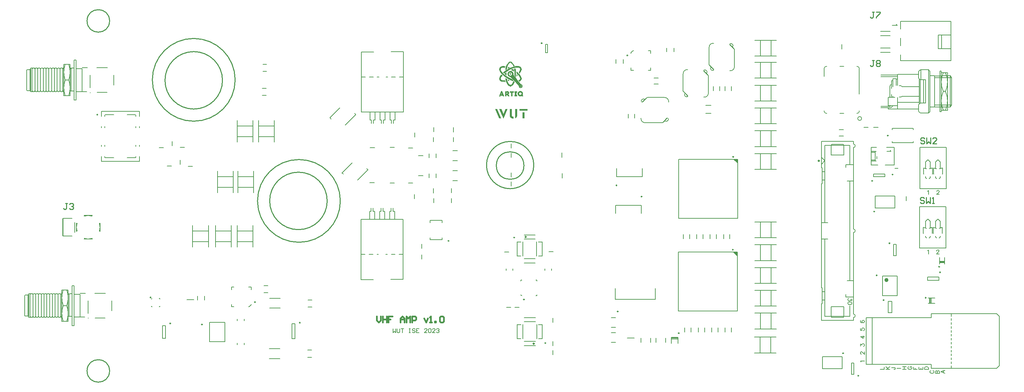
<source format=gto>
G04*
G04 #@! TF.GenerationSoftware,Altium Limited,Altium Designer,22.8.2 (66)*
G04*
G04 Layer_Color=65535*
%FSLAX25Y25*%
%MOIN*%
G70*
G04*
G04 #@! TF.SameCoordinates,0D4134F5-1D43-4ED5-91CB-E042AC42DECA*
G04*
G04*
G04 #@! TF.FilePolarity,Positive*
G04*
G01*
G75*
%ADD10C,0.00118*%
%ADD11C,0.00394*%
%ADD12C,0.00394*%
%ADD13C,0.00984*%
%ADD14C,0.00787*%
%ADD15C,0.01181*%
%ADD16C,0.01000*%
%ADD17C,0.01968*%
%ADD18C,0.00197*%
%ADD19C,0.00500*%
%ADD20C,0.00591*%
%ADD21C,0.01575*%
%ADD22C,0.00800*%
%ADD23R,0.00040X0.00995*%
G36*
X429274Y328081D02*
Y327687D01*
X429667Y327294D01*
Y326900D01*
X429792Y326821D01*
X429499Y326528D01*
X428645D01*
Y326862D01*
X428037Y327470D01*
Y328013D01*
X426815Y329236D01*
Y329366D01*
X426656D01*
X426239Y329783D01*
X425196D01*
X424778Y329364D01*
X424594D01*
X423792Y328562D01*
Y328242D01*
X423114Y327564D01*
Y326807D01*
X422529Y326222D01*
Y325414D01*
X422289Y325174D01*
Y324139D01*
X421905Y323755D01*
Y323503D01*
X421739D01*
X421204Y322968D01*
X420725D01*
Y323590D01*
X421057Y323922D01*
Y325384D01*
X421557Y325884D01*
Y326663D01*
X421793Y326900D01*
Y327572D01*
X422396Y328175D01*
Y328689D01*
X423365Y329659D01*
Y329774D01*
X423815Y330210D01*
X423923D01*
X424549Y330837D01*
X426911D01*
X429274Y328081D01*
D02*
G37*
G36*
X420549Y326270D02*
X420241Y325156D01*
X418690Y325260D01*
X417264Y325054D01*
X416519Y324701D01*
X415991Y324013D01*
X415900Y323325D01*
X415944Y322261D01*
X416915Y320858D01*
X418244Y319261D01*
X421849Y316206D01*
X425644Y314061D01*
X427527Y313224D01*
X428209Y312483D01*
X427946Y311840D01*
X423697Y313712D01*
X419844Y316161D01*
X417550Y318282D01*
X415876Y320315D01*
X414875Y322447D01*
X414844Y323761D01*
X415297Y325132D01*
X416235Y325890D01*
X417751Y326351D01*
X419016Y326412D01*
X420549Y326270D01*
D02*
G37*
G36*
X424549Y324931D02*
X424156Y324538D01*
X423368D01*
Y325325D01*
X423762D01*
X424549Y324931D01*
D02*
G37*
G36*
X428880Y321782D02*
X426518Y322963D01*
X428092Y323357D01*
X428486D01*
X428880Y321782D01*
D02*
G37*
G36*
X434001Y326291D02*
X435240Y325871D01*
X436269Y324948D01*
X436695Y323070D01*
X436318Y321743D01*
X434886Y319409D01*
X434135Y320278D01*
X435154Y321974D01*
X435531Y323425D01*
X435086Y324563D01*
X434280Y325018D01*
X432720Y325266D01*
X431497Y325179D01*
X426627Y323793D01*
X422544Y321661D01*
X419519Y319366D01*
X418615Y320107D01*
X420944Y321861D01*
X423444Y323461D01*
X426644Y325161D01*
X430449Y326200D01*
X432527Y326406D01*
X434001Y326291D01*
D02*
G37*
G36*
X421502Y317545D02*
X420415Y318481D01*
X420552Y319286D01*
X421553Y320062D01*
X421571Y320076D01*
X421502Y317545D01*
D02*
G37*
G36*
X432744Y317328D02*
X432820Y317256D01*
X431868Y316599D01*
X431995Y318034D01*
X432744Y317328D01*
D02*
G37*
G36*
X430777Y322550D02*
X431044Y319261D01*
X430892Y315806D01*
X429852Y317151D01*
X429890Y318269D01*
X429766Y320695D01*
X429358Y323991D01*
X430455Y324144D01*
X430500Y324222D01*
X430777Y322550D01*
D02*
G37*
G36*
X424355Y312366D02*
X423415Y311818D01*
X423144Y312944D01*
X424355Y312366D01*
D02*
G37*
G36*
X433920Y319064D02*
X435963Y316378D01*
X436663Y314365D01*
X436549Y313023D01*
X436014Y312099D01*
X434824Y311317D01*
X434458Y311192D01*
X433679Y312200D01*
X434691Y312526D01*
X435422Y313307D01*
X435497Y314383D01*
X435112Y315493D01*
X434223Y316941D01*
X433115Y318207D01*
X431930Y319428D01*
X431948Y320872D01*
X433920Y319064D01*
D02*
G37*
G36*
X417391Y317173D02*
X416608Y316024D01*
X415943Y314380D01*
X415927Y313595D01*
X416369Y312794D01*
X417229Y312329D01*
X418742Y312118D01*
X420244Y312220D01*
X420555Y311111D01*
X418420Y310967D01*
X416639Y311300D01*
X415444Y311961D01*
X414846Y313168D01*
X414756Y314165D01*
X415140Y315699D01*
X416562Y317973D01*
X417391Y317173D01*
D02*
G37*
G36*
X422014Y313638D02*
X422504Y311767D01*
X423323Y309719D01*
X424041Y308592D01*
X425028Y307745D01*
X425942Y307593D01*
X426848Y308037D01*
X427704Y309011D01*
X428622Y310857D01*
X428921Y311709D01*
X429812Y310741D01*
X428687Y308417D01*
X427778Y307304D01*
X426051Y306411D01*
X425385D01*
X424344Y306861D01*
X423025Y308004D01*
X422014Y309760D01*
X421091Y312537D01*
X420840Y314404D01*
X422014Y313638D01*
D02*
G37*
G36*
X436431Y307088D02*
X436638Y306880D01*
X436751Y306609D01*
Y306462D01*
Y306455D01*
Y306308D01*
X436638Y306037D01*
X436431Y305830D01*
X436160Y305717D01*
X435862D01*
X435590Y305830D01*
X435383Y306038D01*
X435270Y306309D01*
Y306456D01*
Y306463D01*
Y306610D01*
X435383Y306881D01*
X435590Y307088D01*
X435861Y307200D01*
X436159D01*
X436431Y307088D01*
D02*
G37*
G36*
X426844Y321361D02*
X427999Y320500D01*
X428644Y319161D01*
X428634Y318224D01*
X429079Y317145D01*
X435480Y308872D01*
X436207Y308329D01*
X437044Y307861D01*
X437377Y307657D01*
X437844Y306061D01*
X437344Y305461D01*
X437140Y305104D01*
X435983Y304685D01*
X435598Y305362D01*
X436762Y305564D01*
X437168Y306673D01*
X436412Y307579D01*
X435249Y307377D01*
X434842Y306269D01*
X435598Y305362D01*
X435983Y304685D01*
X435144Y304761D01*
X434586Y305341D01*
X434175Y306362D01*
X433928Y307112D01*
X433604Y307609D01*
X425643Y315762D01*
X424744Y315961D01*
X423547Y316805D01*
X422944Y318161D01*
X423044Y319661D01*
X423544Y320561D01*
X423925Y320879D01*
X425771Y321545D01*
X426844Y321361D01*
D02*
G37*
G36*
X423081Y301344D02*
X423873Y300787D01*
X424168Y300215D01*
X424248Y299761D01*
X424168Y299113D01*
X423944Y298665D01*
X423541Y298263D01*
X424495Y296569D01*
Y296485D01*
X423177D01*
X422375Y297861D01*
X421512Y297973D01*
Y296485D01*
X420379D01*
Y301381D01*
X421548D01*
X421512Y298961D01*
X422516Y298961D01*
X423034Y299272D01*
X423131Y299780D01*
X422988Y300157D01*
X422518Y300385D01*
X421548D01*
Y301381D01*
X423081Y301344D01*
D02*
G37*
G36*
X436636Y301249D02*
X437147Y300965D01*
X437537Y300575D01*
X437927Y299861D01*
X438057Y298926D01*
Y298601D01*
X437973Y298147D01*
X437680Y297473D01*
X438188Y296485D01*
X437002D01*
X436859Y296636D01*
X435735Y296361D01*
X434473Y296618D01*
X433944Y296861D01*
X433579Y297288D01*
X433188Y298000D01*
X433046Y298926D01*
X433065Y299402D01*
X433244Y299961D01*
X433544Y300461D01*
X434152Y301076D01*
X434844Y301361D01*
X435559Y301467D01*
X436636Y301249D01*
D02*
G37*
G36*
X432004Y300414D02*
X431412D01*
Y297459D01*
X432055D01*
Y296485D01*
X429651D01*
Y297459D01*
X430294D01*
Y300414D01*
X429702D01*
Y301381D01*
X432004D01*
Y300414D01*
D02*
G37*
G36*
X428818Y300385D02*
X427583D01*
Y296485D01*
X426465D01*
Y300385D01*
X425223D01*
Y301381D01*
X428818D01*
Y300385D01*
D02*
G37*
G36*
X419268Y296485D02*
X418135D01*
X417800Y297200D01*
X415783D01*
X415447Y296485D01*
X414314D01*
X416561Y301446D01*
X417014D01*
X419268Y296485D01*
D02*
G37*
G36*
X442861Y281994D02*
X434684D01*
Y283749D01*
X442861D01*
Y281994D01*
D02*
G37*
G36*
X418941Y274051D02*
X418889D01*
X414534Y283749D01*
X416692D01*
X418798Y278666D01*
X420631Y283749D01*
X422841D01*
X418941Y274051D01*
D02*
G37*
G36*
X432448Y277626D02*
X432448Y277589D01*
X432447Y277551D01*
X432447Y277514D01*
X432446Y277477D01*
X432445Y277439D01*
X432443Y277402D01*
X432442Y277366D01*
X432440Y277329D01*
X432437Y277293D01*
X432435Y277256D01*
X432432Y277220D01*
X432429Y277184D01*
X432426Y277149D01*
X432422Y277113D01*
X432418Y277077D01*
X432414Y277042D01*
X432410Y277007D01*
X432405Y276972D01*
X432401Y276937D01*
X432395Y276902D01*
X432390Y276868D01*
X432384Y276833D01*
X432378Y276799D01*
X432372Y276765D01*
X432365Y276727D01*
X432358Y276689D01*
X432350Y276652D01*
X432341Y276614D01*
X432333Y276577D01*
X432324Y276540D01*
X432315Y276503D01*
X432305Y276467D01*
X432296Y276431D01*
X432285Y276394D01*
X432275Y276359D01*
X432263Y276319D01*
X432250Y276280D01*
X432238Y276241D01*
X432224Y276202D01*
X432211Y276164D01*
X432195Y276121D01*
X432179Y276080D01*
X432163Y276039D01*
X432146Y275998D01*
X432127Y275954D01*
X432108Y275910D01*
X432088Y275866D01*
X432065Y275820D01*
X432040Y275770D01*
X432015Y275722D01*
X432015D01*
X432011Y275715D01*
X432004Y275702D01*
X431997Y275689D01*
X431990Y275676D01*
X431986Y275670D01*
X431986Y275670D01*
X431982Y275663D01*
X431975Y275649D01*
X431967Y275636D01*
X431959Y275622D01*
X431955Y275615D01*
X431951Y275608D01*
X431942Y275594D01*
X431934Y275580D01*
X431925Y275566D01*
X431921Y275558D01*
X431916Y275551D01*
X431906Y275535D01*
X431896Y275519D01*
X431886Y275504D01*
X431881Y275496D01*
Y275496D01*
X431875Y275487D01*
X431864Y275469D01*
X431852Y275451D01*
X431840Y275434D01*
X431834Y275425D01*
X431834Y275425D01*
X431826Y275414D01*
X431811Y275393D01*
X431796Y275371D01*
X431780Y275350D01*
X431773Y275340D01*
X431730Y275282D01*
X431639Y275172D01*
X431543Y275066D01*
X431441Y274965D01*
X431388Y274917D01*
X431388D01*
X431375Y274904D01*
X431348Y274881D01*
X431321Y274857D01*
X431293Y274834D01*
X431279Y274822D01*
X431270Y274814D01*
X431250Y274798D01*
X431230Y274782D01*
X431210Y274767D01*
X431200Y274759D01*
X431191Y274753D01*
X431175Y274740D01*
X431158Y274728D01*
X431142Y274716D01*
X431133Y274710D01*
X431126Y274704D01*
X431110Y274693D01*
X431095Y274682D01*
X431080Y274672D01*
X431072Y274667D01*
X431065Y274662D01*
X431051Y274652D01*
X431037Y274643D01*
X431023Y274634D01*
X431016Y274629D01*
X431010Y274625D01*
X430997Y274617D01*
X430984Y274609D01*
X430972Y274601D01*
X430966Y274597D01*
X430960Y274593D01*
X430948Y274585D01*
X430936Y274578D01*
X430924Y274571D01*
X430918Y274567D01*
Y274567D01*
X430912Y274564D01*
X430900Y274556D01*
X430888Y274549D01*
X430875Y274542D01*
X430869Y274538D01*
X430824Y274513D01*
X430781Y274489D01*
X430738Y274466D01*
X430697Y274446D01*
X430657Y274426D01*
X430616Y274406D01*
X430578Y274389D01*
X430540Y274372D01*
X430502Y274355D01*
X430459Y274337D01*
Y283749D01*
X432448D01*
Y277626D01*
D02*
G37*
G36*
X439767Y274194D02*
X437778D01*
X437778Y280369D01*
X439767D01*
Y274194D01*
D02*
G37*
G36*
X416419D02*
X414352D01*
X410504Y283749D01*
X412623D01*
X416419Y274194D01*
D02*
G37*
G36*
X426975Y277756D02*
X426975Y277746D01*
X426975Y277726D01*
X426975Y277705D01*
X426976Y277685D01*
X426976Y277664D01*
X426977Y277644D01*
X426978Y277624D01*
X426979Y277604D01*
X426980Y277584D01*
X426981Y277564D01*
X426982Y277545D01*
X426984Y277525D01*
X426985Y277505D01*
X426987Y277486D01*
X426989Y277467D01*
X426991Y277447D01*
X426993Y277428D01*
X426995Y277409D01*
X426998Y277390D01*
X427000Y277371D01*
X427003Y277352D01*
X427005Y277333D01*
X427008Y277315D01*
X427011Y277296D01*
X427014Y277277D01*
X427018Y277259D01*
X427021Y277241D01*
X427025Y277223D01*
X427028Y277204D01*
X427032Y277186D01*
X427036Y277168D01*
X427040Y277151D01*
X427044Y277133D01*
X427048Y277115D01*
X427053Y277098D01*
X427057Y277080D01*
X427062Y277063D01*
X427067Y277046D01*
X427072Y277029D01*
X427077Y277012D01*
X427082Y276995D01*
X427087Y276978D01*
X427093Y276961D01*
X427098Y276944D01*
X427104Y276928D01*
X427111Y276909D01*
X427118Y276890D01*
X427125Y276871D01*
X427132Y276852D01*
X427140Y276834D01*
X427147Y276815D01*
X427155Y276797D01*
X427163Y276779D01*
X427171Y276761D01*
X427180Y276743D01*
X427188Y276725D01*
X427198Y276705D01*
X427208Y276686D01*
X427219Y276666D01*
X427229Y276646D01*
X427240Y276627D01*
X427253Y276606D01*
X427265Y276585D01*
X427278Y276564D01*
X427293Y276541D01*
X427308Y276518D01*
X427324Y276496D01*
X427326Y276493D01*
X427330Y276487D01*
X427335Y276481D01*
X427339Y276475D01*
X427341Y276472D01*
X427341Y276472D01*
X427344Y276469D01*
X427348Y276462D01*
X427353Y276456D01*
X427358Y276449D01*
X427361Y276446D01*
X427363Y276443D01*
X427369Y276436D01*
X427374Y276429D01*
X427380Y276422D01*
X427382Y276419D01*
X427385Y276415D01*
X427391Y276408D01*
X427397Y276401D01*
X427403Y276394D01*
X427406Y276390D01*
X427406Y276390D01*
X427410Y276386D01*
X427417Y276377D01*
X427425Y276369D01*
X427432Y276360D01*
X427436Y276356D01*
X427441Y276351D01*
X427450Y276340D01*
X427460Y276330D01*
X427470Y276320D01*
X427474Y276315D01*
Y276315D01*
X427494Y276296D01*
X427533Y276258D01*
X427574Y276222D01*
X427617Y276187D01*
X427639Y276171D01*
X427647Y276164D01*
X427665Y276151D01*
X427683Y276138D01*
X427702Y276126D01*
X427711Y276119D01*
X427717Y276116D01*
X427728Y276108D01*
X427739Y276101D01*
X427751Y276094D01*
X427757Y276090D01*
X427757Y276090D01*
X427761Y276087D01*
X427771Y276082D01*
X427780Y276076D01*
X427789Y276071D01*
X427794Y276068D01*
X427798Y276066D01*
X427807Y276061D01*
X427815Y276057D01*
X427823Y276052D01*
X427828Y276050D01*
X427831Y276048D01*
X427838Y276044D01*
X427846Y276040D01*
X427853Y276036D01*
X427857Y276034D01*
X427860Y276033D01*
X427867Y276029D01*
X427874Y276026D01*
X427880Y276022D01*
X427884Y276021D01*
Y276021D01*
X427887Y276019D01*
X427894Y276016D01*
X427901Y276012D01*
X427908Y276009D01*
X427911Y276008D01*
X427915Y276006D01*
X427921Y276003D01*
X427927Y276000D01*
X427934Y275998D01*
X427937Y275996D01*
X427937D01*
X427960Y275986D01*
X427983Y275977D01*
X428007Y275967D01*
X428028Y275959D01*
X428050Y275952D01*
X428071Y275944D01*
X428091Y275938D01*
X428110Y275932D01*
X428129Y275926D01*
X428149Y275920D01*
X428169Y275915D01*
X428189Y275909D01*
X428206Y275905D01*
X428223Y275901D01*
X428241Y275897D01*
X428258Y275892D01*
X428276Y275889D01*
X428294Y275885D01*
X428311Y275882D01*
X428330Y275878D01*
X428348Y275875D01*
X428366Y275872D01*
X428384Y275869D01*
X428403Y275867D01*
X428421Y275864D01*
X428437Y275862D01*
X428452Y275860D01*
X428468Y275858D01*
X428484Y275857D01*
X428500Y275855D01*
X428516Y275854D01*
X428532Y275852D01*
X428548Y275851D01*
X428564Y275850D01*
X428581Y275849D01*
X428597Y275848D01*
X428613Y275848D01*
X428630Y275847D01*
X428647Y275846D01*
X428663Y275846D01*
X428680Y275846D01*
X428697Y275845D01*
X428717Y275845D01*
X428834D01*
Y274025D01*
X428717D01*
X428695Y274025D01*
X428659Y274026D01*
X428623Y274026D01*
X428588Y274027D01*
X428552Y274028D01*
X428517Y274029D01*
X428481Y274030D01*
X428446Y274031D01*
X428411Y274033D01*
X428376Y274035D01*
X428342Y274037D01*
X428307Y274040D01*
X428273Y274042D01*
X428239Y274045D01*
X428205Y274048D01*
X428171Y274051D01*
X428138Y274055D01*
X428104Y274058D01*
X428071Y274062D01*
X428038Y274066D01*
X428005Y274070D01*
X427973Y274075D01*
X427940Y274079D01*
X427908Y274084D01*
X427875Y274089D01*
X427843Y274094D01*
X427811Y274100D01*
X427780Y274105D01*
X427748Y274111D01*
X427717Y274117D01*
X427679Y274125D01*
X427642Y274132D01*
X427605Y274140D01*
X427568Y274149D01*
X427532Y274157D01*
X427496Y274166D01*
X427460Y274176D01*
X427424Y274185D01*
X427389Y274195D01*
X427353Y274205D01*
X427319Y274215D01*
X427284Y274226D01*
X427249Y274236D01*
X427215Y274248D01*
X427181Y274259D01*
X427147Y274271D01*
X427108Y274285D01*
X427070Y274299D01*
X427031Y274314D01*
X426993Y274329D01*
X426956Y274344D01*
X426918Y274360D01*
X426882Y274376D01*
X426840Y274395D01*
X426798Y274415D01*
X426757Y274434D01*
X426717Y274455D01*
X426672Y274478D01*
X426627Y274502D01*
X426583Y274527D01*
X426535Y274555D01*
X426529Y274559D01*
X426516Y274567D01*
X426503Y274574D01*
X426490Y274582D01*
X426483Y274586D01*
X426477Y274590D01*
X426464Y274599D01*
X426451Y274607D01*
X426439Y274615D01*
X426432Y274619D01*
Y274619D01*
X426425Y274623D01*
X426411Y274632D01*
X426398Y274641D01*
X426384Y274651D01*
X426377Y274655D01*
X426369Y274661D01*
X426354Y274672D01*
X426338Y274682D01*
X426322Y274693D01*
X426314Y274699D01*
X426314Y274699D01*
X426306Y274705D01*
X426288Y274718D01*
X426271Y274731D01*
X426253Y274744D01*
X426244Y274751D01*
X426244Y274751D01*
X426234Y274758D01*
X426214Y274774D01*
X426194Y274790D01*
X426174Y274806D01*
X426164Y274814D01*
X426164Y274814D01*
X426107Y274860D01*
X425999Y274958D01*
X425896Y275061D01*
X425798Y275168D01*
X425751Y275225D01*
X425740Y275239D01*
X425717Y275267D01*
X425695Y275295D01*
X425673Y275324D01*
X425662Y275338D01*
X425655Y275348D01*
X425640Y275369D01*
X425625Y275390D01*
X425610Y275411D01*
X425603Y275421D01*
X425597Y275430D01*
X425585Y275447D01*
X425573Y275465D01*
X425561Y275483D01*
X425555Y275492D01*
X425550Y275500D01*
X425540Y275516D01*
X425530Y275532D01*
X425520Y275548D01*
X425515Y275556D01*
X425510Y275563D01*
X425501Y275578D01*
X425492Y275593D01*
X425483Y275608D01*
X425479Y275616D01*
X425475Y275623D01*
X425466Y275637D01*
X425458Y275651D01*
X425450Y275665D01*
X425446Y275672D01*
X425443Y275679D01*
X425435Y275692D01*
X425428Y275705D01*
X425421Y275718D01*
X425418Y275725D01*
X425418D01*
X425392Y275773D01*
X425368Y275822D01*
X425347Y275866D01*
X425326Y275911D01*
X425306Y275957D01*
X425288Y275997D01*
X425271Y276038D01*
X425255Y276080D01*
X425239Y276121D01*
X425223Y276164D01*
X425208Y276206D01*
X425196Y276244D01*
X425183Y276281D01*
X425171Y276319D01*
X425160Y276358D01*
X425148Y276396D01*
X425137Y276435D01*
X425127Y276474D01*
X425117Y276513D01*
X425107Y276553D01*
X425098Y276592D01*
X425090Y276627D01*
X425082Y276661D01*
X425075Y276696D01*
X425068Y276731D01*
X425062Y276766D01*
X425055Y276801D01*
X425049Y276836D01*
X425043Y276872D01*
X425038Y276908D01*
X425033Y276944D01*
X425028Y276980D01*
X425023Y277016D01*
X425019Y277053D01*
X425014Y277089D01*
X425010Y277126D01*
X425007Y277163D01*
X425004Y277200D01*
X425001Y277238D01*
X424998Y277275D01*
X424996Y277313D01*
X424993Y277350D01*
X424991Y277388D01*
X424990Y277427D01*
X424989Y277465D01*
X424988Y277503D01*
X424987Y277542D01*
X424986Y277581D01*
X424986Y277626D01*
Y283749D01*
X426975D01*
Y277756D01*
D02*
G37*
%LPC*%
G36*
X426377Y320423D02*
X424559Y320114D01*
X423920Y318385D01*
X425097Y316966D01*
X426914Y317276D01*
X427554Y319005D01*
X426377Y320423D01*
D02*
G37*
%LPD*%
G36*
X426344Y319061D02*
X426457Y318691D01*
X426244Y318161D01*
X425719Y317947D01*
X425144Y318161D01*
X424976Y318685D01*
X425244Y319161D01*
X425713Y319429D01*
X426344Y319061D01*
D02*
G37*
%LPC*%
G36*
X435559Y300371D02*
X435044Y300251D01*
X434644Y300061D01*
X434293Y299457D01*
X434235Y298642D01*
X434293Y298390D01*
X434644Y297822D01*
X435044Y297561D01*
X435559Y297469D01*
X436244Y297661D01*
X436736Y298170D01*
X436904Y298926D01*
X436826Y299457D01*
X436475Y300021D01*
X436033Y300251D01*
X435559Y300371D01*
D02*
G37*
G36*
X416783Y299676D02*
X416126Y298145D01*
X417457D01*
X416783Y299676D01*
D02*
G37*
%LPD*%
D10*
X436013Y305717D02*
G03*
X436751Y306462I-7J744D01*
G01*
X436751D02*
G03*
X436007Y307200I-746J-7D01*
G01*
D02*
G03*
X435270Y306456I9J-746D01*
G01*
D02*
G03*
X436013Y305717I745J7D01*
G01*
X423537Y298263D02*
G03*
X424164Y299113I-923J1337D01*
G01*
D02*
G03*
X424170Y300215I-1752J562D01*
G01*
D02*
G03*
X423869Y300787I-1588J-472D01*
G01*
Y300787D02*
G03*
X423189Y301265I-1210J-998D01*
G01*
D02*
G03*
X422751Y301367I-643J-1770D01*
G01*
X422751Y301367D02*
G03*
X422512Y301381I-244J-2171D01*
G01*
X422743Y300343D02*
G03*
X422514Y300385I-228J-586D01*
G01*
X422984Y300157D02*
G03*
X422743Y300343I-449J-334D01*
G01*
X423038Y300072D02*
G03*
X422984Y300157I-582J-312D01*
G01*
X423080Y299979D02*
G03*
X423038Y300072I-692J-256D01*
G01*
X423127Y299780D02*
G03*
X423080Y299979I-836J-91D01*
G01*
X423132Y299678D02*
G03*
X423127Y299780I-886J4D01*
G01*
X423074Y299366D02*
G03*
X423132Y299678I-819J314D01*
G01*
X423030Y299272D02*
G03*
X423074Y299366I-667J370D01*
G01*
X422973Y299186D02*
G03*
X423030Y299272I-543J418D01*
G01*
X422905Y299111D02*
G03*
X422973Y299186I-419J451D01*
G01*
X422512Y298961D02*
G03*
X422905Y299111I10J562D01*
G01*
X437680Y297473D02*
G03*
X437974Y298145I-2040J1292D01*
G01*
Y298145D02*
G03*
X438057Y298601I-2726J730D01*
G01*
D02*
G03*
X438073Y298926I-3256J321D01*
G01*
X438073Y298926D02*
G03*
X437927Y299861I-2898J29D01*
G01*
X437927D02*
G03*
X437537Y300575I-2180J-729D01*
G01*
X437537D02*
G03*
X436636Y301249I-1814J-1486D01*
G01*
X436636Y301249D02*
G03*
X435559Y301467I-1072J-2517D01*
G01*
Y301467D02*
G03*
X434152Y301076I-13J-2678D01*
G01*
D02*
G03*
X433084Y299421I1223J-1961D01*
G01*
X433084D02*
G03*
X433046Y298926I3129J-487D01*
G01*
D02*
G03*
X433190Y297997I2878J-29D01*
G01*
X433190Y297997D02*
G03*
X433579Y297288I2166J725D01*
G01*
Y297288D02*
G03*
X434473Y296618I1802J1476D01*
G01*
Y296618D02*
G03*
X435542Y296401I1065J2498D01*
G01*
Y296401D02*
G03*
X436679Y296649I8J2683D01*
G01*
D02*
G03*
X436793Y296707I-1056J2251D01*
G01*
X434644Y297822D02*
G03*
X435559Y297469I907J988D01*
G01*
X434293Y298390D02*
G03*
X434644Y297822I1251J382D01*
G01*
X434235Y298642D02*
G03*
X434293Y298390I1599J233D01*
G01*
X434215Y298926D02*
G03*
X434235Y298642I1941J-5D01*
G01*
X434293Y299457D02*
G03*
X434215Y298926I1665J-515D01*
G01*
X434383Y299676D02*
G03*
X434293Y299457I1237J-640D01*
G01*
X435559Y300371D02*
G03*
X434383Y299676I-21J-1307D01*
G01*
X436475Y300021D02*
G03*
X435559Y300371I-906J-996D01*
G01*
X436826Y299457D02*
G03*
X436475Y300021I-1239J-382D01*
G01*
X436884Y299207D02*
G03*
X436826Y299457I-1577J-231D01*
G01*
X436904Y298926D02*
G03*
X436884Y299207I-1912J5D01*
G01*
X436826Y298390D02*
G03*
X436904Y298926I-1691J519D01*
G01*
X436736Y298170D02*
G03*
X436826Y298390I-1255J643D01*
G01*
X435559Y297469D02*
G03*
X436736Y298170I19J1306D01*
G01*
X421588Y300385D02*
X421648Y300386D01*
X421679Y300386D01*
X421709Y300386D01*
X421739Y300386D01*
X421770Y300386D01*
X421801Y300386D01*
X421831Y300387D01*
X421862Y300387D01*
X421893Y300387D01*
X422018Y300388D01*
X422080Y300389D01*
X422143Y300389D01*
X422205Y300389D01*
X422268Y300389D01*
X422330Y300388D01*
X422392Y300388D01*
X422453Y300387D01*
X422514Y300385D01*
X435598Y305362D02*
X436762Y305564D01*
X437168Y306673D01*
X436412Y307579D02*
X437168Y306673D01*
X435249Y307377D02*
X436412Y307579D01*
X434842Y306269D02*
X435249Y307377D01*
X434842Y306269D02*
X435598Y305362D01*
X414314Y296530D02*
X416561Y301401D01*
X414314Y296440D02*
Y296530D01*
Y296440D02*
X415447D01*
X415783Y297155D01*
Y297200D02*
X417800D01*
X418135Y296485D01*
X419268D01*
Y296575D01*
X417014Y301446D02*
X419268Y296575D01*
X416561Y301401D02*
X417014D01*
X416126Y298100D02*
X416783Y299631D01*
X417457Y298100D01*
X416126D02*
X417457D01*
X420375Y301381D02*
X422512D01*
X420375Y296485D02*
Y301381D01*
Y296485D02*
X421508D01*
Y297973D01*
X422306D01*
X423173Y296485D01*
X424491D01*
Y296569D01*
X423473Y298219D02*
X424491Y296569D01*
X423473Y298219D02*
X423537Y298263D01*
X421508Y298961D02*
X422512D01*
X421508D02*
Y300385D01*
X421588D01*
X426465Y296485D02*
Y300385D01*
Y296485D02*
X427583D01*
Y300385D01*
X428818D01*
Y301381D01*
X425223D02*
X428818D01*
X425223Y300385D02*
Y301381D01*
Y300385D02*
X426465D01*
X429702Y300414D02*
Y301381D01*
Y300414D02*
X430294D01*
Y297459D02*
Y300414D01*
X429651Y297459D02*
X430294D01*
X429651Y296485D02*
Y297459D01*
Y296485D02*
X432055D01*
Y297459D01*
X431412D02*
X432055D01*
X431412D02*
Y300414D01*
X432004D01*
Y301381D01*
X429702D02*
X432004D01*
X436793Y296707D02*
X436864Y296744D01*
X437002Y296485D01*
X438188D01*
Y296548D01*
X437654Y297431D02*
X438188Y296548D01*
X437654Y297431D02*
X437680Y297473D01*
X436793Y296707D02*
X437680Y297473D01*
D11*
X424481Y322765D02*
G03*
X419519Y319366I12094J-22973D01*
G01*
X425092Y323079D02*
G03*
X424481Y322765I12436J-24947D01*
G01*
X426627Y323793D02*
G03*
X425092Y323079I11571J-26919D01*
G01*
X427365Y324095D02*
G03*
X426627Y323793I8773J-22489D01*
G01*
X428086Y324361D02*
G03*
X427365Y324095I7081J-20266D01*
G01*
X428791Y324592D02*
G03*
X428086Y324361I5662J-18453D01*
G01*
X430163Y324952D02*
G03*
X428791Y324592I3588J-16479D01*
G01*
X431497Y325179D02*
G03*
X430163Y324952I1815J-14711D01*
G01*
X432156Y325244D02*
G03*
X431497Y325179I1055J-14011D01*
G01*
X432332Y325255D02*
G03*
X432156Y325244I477J-8753D01*
G01*
X432501Y325263D02*
G03*
X432332Y325255I246J-7636D01*
G01*
X432720Y325266D02*
G03*
X432501Y325263I2J-6811D01*
G01*
X433347Y325232D02*
G03*
X432720Y325266I-614J-5434D01*
G01*
X433736Y325170D02*
G03*
X433347Y325232I-903J-4429D01*
G01*
X434280Y325018D02*
G03*
X433736Y325170I-1332J-3724D01*
G01*
X434619Y324877D02*
G03*
X434280Y325018I-1586J-3334D01*
G01*
X434949Y324679D02*
G03*
X434619Y324877I-1140J-1524D01*
G01*
X435086Y324563D02*
G03*
X434949Y324679I-1082J-1135D01*
G01*
X435524Y323622D02*
G03*
X435086Y324563I-1429J-92D01*
G01*
X435531Y323425D02*
G03*
X435524Y323622I-2015J19D01*
G01*
X435413Y322628D02*
G03*
X435531Y323425I-2841J829D01*
G01*
X435302Y322304D02*
G03*
X435413Y322628I-3284J1303D01*
G01*
X435154Y321974D02*
G03*
X435302Y322304I-3711J1862D01*
G01*
X435066Y321807D02*
G03*
X435154Y321974I-4186J2306D01*
G01*
X434935Y321573D02*
G03*
X435066Y321807I-10807J6262D01*
G01*
X434886Y319409D02*
G03*
X435277Y319923I-12882J10218D01*
G01*
X435277Y319923D02*
G03*
X435471Y320196I-9702J7075D01*
G01*
Y320196D02*
G03*
X435660Y320481I-8465J5818D01*
G01*
D02*
G03*
X435842Y320778I-7588J4851D01*
G01*
D02*
G03*
X436014Y321087I-6933J4064D01*
G01*
D02*
G03*
X436318Y321743I-6147J3257D01*
G01*
D02*
G03*
X436554Y322449I-5574J2246D01*
G01*
X436664Y323873D02*
G03*
X436666Y323864I488J140D01*
G01*
X436661Y323883D02*
G03*
X436664Y323873I430J113D01*
G01*
X436658Y323893D02*
G03*
X436661Y323883I387J91D01*
G01*
X436654Y323914D02*
G03*
X436658Y323893I340J59D01*
G01*
X436654Y323914D02*
G03*
X436509Y324465I-2946J-480D01*
G01*
D02*
G03*
X436269Y324948I-2362J-873D01*
G01*
X436269D02*
G03*
X435726Y325550I-2122J-1370D01*
G01*
D02*
G03*
X435496Y325718I-1869J-2313D01*
G01*
D02*
G03*
X435240Y325871I-1864J-2824D01*
G01*
X435240Y325871D02*
G03*
X434960Y326009I-1870J-3460D01*
G01*
D02*
G03*
X434386Y326207I-1524J-3477D01*
G01*
X434386Y326207D02*
G03*
X434194Y326253I-1166J-4452D01*
G01*
Y326253D02*
G03*
X434001Y326291I-1087J-5029D01*
G01*
Y326291D02*
G03*
X433810Y326321I-1013J-5733D01*
G01*
X433810D02*
G03*
X433621Y326345I-945J-6630D01*
G01*
X433621D02*
G03*
X433435Y326364I-891J-7843D01*
G01*
Y326364D02*
G03*
X433253Y326379I-865J-9645D01*
G01*
X433077Y326390D02*
G03*
X432527Y326406I-545J-9521D01*
G01*
D02*
G03*
X431060Y326301I18J-10595D01*
G01*
X431060D02*
G03*
X430449Y326200I1705J-12193D01*
G01*
X430449Y326200D02*
G03*
X429820Y326064I2606J-13607D01*
G01*
X429820Y326064D02*
G03*
X429498Y325984I3573J-14903D01*
G01*
Y325984D02*
G03*
X421983Y322645I6714J-25242D01*
G01*
X421983Y322645D02*
G03*
X418998Y320448I16325J-25307D01*
G01*
X421572Y323251D02*
G03*
X421501Y323211I2166J-3854D01*
G01*
X421643Y323290D02*
G03*
X421572Y323251I1865J-3485D01*
G01*
X421643Y323290D02*
G03*
X421793Y323390I-432J814D01*
G01*
X421793D02*
G03*
X421905Y323503I-461J563D01*
G01*
Y323503D02*
G03*
X421985Y323631I-580J452D01*
G01*
X421985Y323631D02*
G03*
X422015Y323701I-787J388D01*
G01*
D02*
G03*
X422041Y323773I-993J388D01*
G01*
X422041D02*
G03*
X422062Y323850I-1311J405D01*
G01*
D02*
G03*
X422080Y323930I-1825J450D01*
G01*
X422289Y324855D02*
G03*
X422080Y323930I19068J-4791D01*
G01*
X422405Y325290D02*
G03*
X422289Y324855I15933J-4479D01*
G01*
X422529Y325708D02*
G03*
X422405Y325290I14254J-4460D01*
G01*
X422802Y326496D02*
G03*
X422529Y325708I12207J-4685D01*
G01*
X423114Y327229D02*
G03*
X422802Y326496I10354J-4828D01*
G01*
X422192Y327971D02*
G03*
X421557Y326460I11151J-5579D01*
G01*
X421557D02*
G03*
X421291Y325619I14556J-5052D01*
G01*
X421291Y325619D02*
G03*
X421170Y325172I17153J-4884D01*
G01*
X421170Y325172D02*
G03*
X421057Y324707I19286J-4955D01*
G01*
X421057D02*
G03*
X420950Y324222I21847J-5056D01*
G01*
X420950D02*
G03*
X420850Y323715I24917J-5188D01*
G01*
X418990Y312121D02*
G03*
X419164Y312128I-296J9465D01*
G01*
X418823Y312118D02*
G03*
X418990Y312121I-88J8158D01*
G01*
X418248Y312136D02*
G03*
X418742Y312118I484J6235D01*
G01*
X417939Y312170D02*
G03*
X418248Y312136I717J5162D01*
G01*
X417645Y312221D02*
G03*
X417939Y312170I927J4505D01*
G01*
X417229Y312329D02*
G03*
X417645Y312221I1233J3875D01*
G01*
X417042Y312350D02*
G03*
X417229Y312284I1376J3631D01*
G01*
X416562Y312596D02*
G03*
X417042Y312350I1259J1862D01*
G01*
X416369Y312749D02*
G03*
X416562Y312596I1159J1258D01*
G01*
X416210Y312922D02*
G03*
X416369Y312749I1181J934D01*
G01*
X415927Y313550D02*
G03*
X416210Y312922I1405J255D01*
G01*
X415899Y313795D02*
G03*
X415927Y313550I1728J74D01*
G01*
X415904Y314057D02*
G03*
X415899Y313795I2054J-175D01*
G01*
X415943Y314335D02*
G03*
X415904Y314057I2479J-493D01*
G01*
X416163Y315082D02*
G03*
X415943Y314335I4061J-1598D01*
G01*
X416369Y315544D02*
G03*
X416163Y315082I4824J-2433D01*
G01*
X416485Y315765D02*
G03*
X416369Y315544I5702J-3146D01*
G01*
X416608Y315980D02*
G03*
X416485Y315765I6532J-3887D01*
G01*
X416737Y316189D02*
G03*
X416608Y315980I7749J-4897D01*
G01*
X416869Y316393D02*
G03*
X416737Y316189I9679J-6405D01*
G01*
X416562Y317928D02*
G03*
X416189Y317450I11730J-9516D01*
G01*
X416189Y317450D02*
G03*
X416000Y317188I9224J-6872D01*
G01*
Y317188D02*
G03*
X415812Y316910I8226J-5775D01*
G01*
D02*
G03*
X415629Y316618I7488J-4893D01*
G01*
X415629Y316618D02*
G03*
X415453Y316311I6906J-4142D01*
G01*
X415453Y316311D02*
G03*
X415140Y315654I6139J-3334D01*
G01*
X415140Y315654D02*
G03*
X414896Y314942I5493J-2279D01*
G01*
D02*
G03*
X414756Y314120I4013J-1108D01*
G01*
D02*
G03*
X414761Y313606I3334J-222D01*
G01*
X414761D02*
G03*
X414846Y313123I2874J253D01*
G01*
Y313123D02*
G03*
X415119Y312469I2486J654D01*
G01*
D02*
G03*
X415744Y311757I2249J1344D01*
G01*
Y311757D02*
G03*
X416160Y311478I1919J2415D01*
G01*
Y311478D02*
G03*
X416639Y311255I1767J3166D01*
G01*
X416639D02*
G03*
X417178Y311089I1544J4062D01*
G01*
Y311134D02*
G03*
X417936Y311003I1418J5943D01*
G01*
X417936D02*
G03*
X418420Y310967I773J7065D01*
G01*
D02*
G03*
X418759Y310960I335J8157D01*
G01*
D02*
G03*
X419222Y310972I-18J9722D01*
G01*
D02*
G03*
X419516Y310990I-554J11255D01*
G01*
X418742Y312118D02*
G03*
X418990Y312121I-2J7968D01*
G01*
X418990D02*
G03*
X419164Y312128I-296J9465D01*
G01*
X418823Y312118D02*
G03*
X418990Y312121I-88J8158D01*
G01*
X417229Y312329D02*
G03*
X417790Y312193I1257J3965D01*
G01*
X417790Y312193D02*
G03*
X418091Y312151I826J4813D01*
G01*
D02*
G03*
X418408Y312126I600J5555D01*
G01*
X418408Y312126D02*
G03*
X418742Y312118I329J6494D01*
G01*
X418248Y312136D02*
G03*
X418742Y312118I484J6235D01*
G01*
X417939Y312170D02*
G03*
X418248Y312136I717J5162D01*
G01*
X417645Y312221D02*
G03*
X417939Y312170I927J4505D01*
G01*
X417229Y312329D02*
G03*
X417645Y312221I1233J3875D01*
G01*
X418256Y310976D02*
G03*
X418759Y310960I495J7909D01*
G01*
X417779Y311022D02*
G03*
X418256Y310976I901J6722D01*
G01*
X417178Y311134D02*
G03*
X417779Y311022I1402J5862D01*
G01*
X417178Y311134D02*
G03*
X417936Y311003I1418J5943D01*
G01*
X417936D02*
G03*
X418420Y310967I773J7065D01*
G01*
D02*
G03*
X418759Y310960I335J8157D01*
G01*
X419416Y310983D02*
G03*
X419720Y311007I-830J12382D01*
G01*
X419127Y310968D02*
G03*
X419416Y310983I-432J10786D01*
G01*
X418759Y310960D02*
G03*
X419127Y310968I-16J9577D01*
G01*
X418759Y310960D02*
G03*
X419127Y310968I-4J9222D01*
G01*
D02*
G03*
X419416Y310983I-430J10689D01*
G01*
X428624Y323013D02*
G03*
X428563Y323127I-267J-68D01*
G01*
X428563D02*
G03*
X428506Y323192I-631J-501D01*
G01*
Y323192D02*
G03*
X428435Y323258I-867J-853D01*
G01*
D02*
G03*
X428356Y323323I-987J-1137D01*
G01*
D02*
G03*
X428186Y323434I-877J-1153D01*
G01*
D02*
G03*
X428104Y323475I-458J-823D01*
G01*
Y323475D02*
G03*
X428029Y323501I-220J-500D01*
G01*
Y323501D02*
G03*
X427966Y323511I-69J-243D01*
G01*
D02*
G03*
X427945Y323509I-0J-116D01*
G01*
D02*
G03*
X427936Y323507I18J-100D01*
G01*
D02*
G03*
X427933Y323506I25J-91D01*
G01*
X420667Y319382D02*
G03*
X420552Y319286I511J-738D01*
G01*
D02*
G03*
X420506Y319236I455J-462D01*
G01*
D02*
G03*
X420468Y319184I423J-348D01*
G01*
Y319184D02*
G03*
X420416Y319074I396J-256D01*
G01*
X420416Y319074D02*
G03*
X420393Y318953I463J-148D01*
G01*
X420393D02*
G03*
X420393Y318888I586J-33D01*
G01*
X420393D02*
G03*
X420400Y318819I707J38D01*
G01*
X420404Y318786D02*
G03*
X420400Y318819I-547J-49D01*
G01*
X420406Y318769D02*
G03*
X420404Y318786I-708J-47D01*
G01*
X420407Y318752D02*
G03*
X420406Y318769I-848J-38D01*
G01*
X420407Y318646D02*
G03*
X420407Y318587I3414J-38D01*
G01*
Y318587D02*
G03*
X420408Y318559I1266J10D01*
G01*
Y318559D02*
G03*
X420409Y318531I811J25D01*
G01*
D02*
G03*
X420411Y318505I541J35D01*
G01*
X420411D02*
G03*
X420415Y318481I362J41D01*
G01*
X420415Y318481D02*
G03*
X420420Y318459I238J43D01*
G01*
X420420D02*
G03*
X420427Y318439I152J42D01*
G01*
D02*
G03*
X420436Y318423I95J40D01*
G01*
D02*
G03*
X420447Y318410I59J39D01*
G01*
X420447Y318410D02*
G03*
X420609Y318265I5344J5837D01*
G01*
X423214Y324404D02*
G03*
X423244Y324392I565J1359D01*
G01*
D02*
G03*
X423271Y324381I340J871D01*
G01*
X423271Y324381D02*
G03*
X423296Y324373I207J583D01*
G01*
X423296Y324373D02*
G03*
X423319Y324367I126J409D01*
G01*
X423319Y324367D02*
G03*
X423340Y324362I75J302D01*
G01*
Y324362D02*
G03*
X423359Y324360I42J239D01*
G01*
Y324360D02*
G03*
X423378Y324359I19J205D01*
G01*
Y324359D02*
G03*
X423421Y324364I-1J199D01*
G01*
Y324364D02*
G03*
X423436Y324367I-57J260D01*
G01*
D02*
G03*
X423451Y324372I-89J317D01*
G01*
D02*
G03*
X423468Y324378I-134J401D01*
G01*
D02*
G03*
X423485Y324385I-199J524D01*
G01*
X423485D02*
G03*
X423503Y324393I-296J707D01*
G01*
D02*
G03*
X423522Y324402I-444J990D01*
G01*
X431995Y318034D02*
G03*
X431951Y317834I1250J-383D01*
G01*
Y317834D02*
G03*
X431929Y317687I4496J-734D01*
G01*
D02*
G03*
X431909Y317517I6799J-887D01*
G01*
D02*
G03*
X431892Y317332I8296J-875D01*
G01*
D02*
G03*
X431869Y316950I8058J-676D01*
G01*
X431869Y316950D02*
G03*
X431865Y316767I5772J-207D01*
G01*
X431865D02*
G03*
X431868Y316599I3824J-18D01*
G01*
X431868Y316599D02*
G03*
X431878Y316455I2123J79D01*
G01*
X423190Y312951D02*
G03*
X423174Y312951I-0J-168D01*
G01*
D02*
G03*
X423168Y312950I13J-140D01*
G01*
X423168Y312950D02*
G03*
X423162Y312949I17J-120D01*
G01*
D02*
G03*
X423156Y312948I19J-101D01*
G01*
X423156D02*
G03*
X423152Y312947I20J-81D01*
G01*
X423152D02*
G03*
X423148Y312945I19J-61D01*
G01*
D02*
G03*
X423144Y312944I16J-43D01*
G01*
D02*
G03*
X423142Y312942I13J-26D01*
G01*
D02*
G03*
X423140Y312941I8J-13D01*
G01*
D02*
G03*
X423134Y312930I21J-18D01*
G01*
Y312930D02*
G03*
X423132Y312921I86J-28D01*
G01*
X423132D02*
G03*
X423130Y312911I139J-30D01*
G01*
X423130Y312911D02*
G03*
X423129Y312899I186J-26D01*
G01*
X423129D02*
G03*
X423131Y312847I213J-17D01*
G01*
X423131D02*
G03*
X423134Y312835I147J25D01*
G01*
X423246Y312941D02*
G03*
X423237Y312945I-29J-58D01*
G01*
Y312945D02*
G03*
X423232Y312946I-31J-89D01*
G01*
D02*
G03*
X423227Y312948I-31J-110D01*
G01*
Y312948D02*
G03*
X423221Y312949I-30J-131D01*
G01*
D02*
G03*
X423215Y312950I-28J-149D01*
G01*
Y312950D02*
G03*
X423203Y312951I-25J-169D01*
G01*
D02*
G03*
X423190Y312951I-13J-180D01*
G01*
X425719Y317947D02*
G03*
X426457Y318691I-7J744D01*
G01*
X426457Y318691D02*
G03*
X425713Y319429I-745J-7D01*
G01*
D02*
G03*
X424976Y318685I8J-745D01*
G01*
D02*
G03*
X425719Y317947I745J7D01*
G01*
X427999Y320500D02*
G03*
X425771Y321545I-2224J-1843D01*
G01*
X428634Y318224D02*
G03*
X427999Y320500I-2857J430D01*
G01*
X428634Y318224D02*
G03*
X428696Y317956I1709J259D01*
G01*
X428696Y317956D02*
G03*
X428755Y317789I2460J773D01*
G01*
X428755Y317789D02*
G03*
X428836Y317599I3120J1221D01*
G01*
X428836D02*
G03*
X428943Y317385I3922J1820D01*
G01*
Y317385D02*
G03*
X429079Y317145I4887J2606D01*
G01*
X429079D02*
G03*
X429246Y316879I6038J3615D01*
G01*
D02*
G03*
X429449Y316585I7398J4890D01*
G01*
Y316585D02*
G03*
X429690Y316263I8993J6478D01*
G01*
D02*
G03*
X429972Y315912I10850J8428D01*
G01*
X435381Y308977D02*
G03*
X435480Y308872I2212J1984D01*
G01*
X435480D02*
G03*
X435736Y308636I2478J2442D01*
G01*
X435736D02*
G03*
X435843Y308552I1876J2266D01*
G01*
X435843Y308552D02*
G03*
X435959Y308470I1518J2016D01*
G01*
Y308470D02*
G03*
X436081Y308394I1163J1738D01*
G01*
X436081D02*
G03*
X436207Y308329I836J1456D01*
G01*
Y308329D02*
G03*
X436337Y308276I557J1192D01*
G01*
X437377Y307657D02*
G03*
X436337Y308276I-1388J-1149D01*
G01*
X437140Y305104D02*
G03*
X437377Y307657I-1157J1395D01*
G01*
X435983Y304685D02*
G03*
X437140Y305104I2J1802D01*
G01*
X434586Y305341D02*
G03*
X435983Y304685I1394J1155D01*
G01*
X434175Y306362D02*
G03*
X434586Y305341I1797J131D01*
G01*
X434174Y306361D02*
G03*
X434174Y306375I-258J3D01*
G01*
X434170Y306452D02*
G03*
X434170Y306446I191J1D01*
G01*
X434170Y306452D02*
G03*
X434110Y306713I-1164J-129D01*
G01*
X434110D02*
G03*
X434059Y306848I-1826J-624D01*
G01*
X434059Y306848D02*
G03*
X433997Y306982I-2332J-996D01*
G01*
X433997D02*
G03*
X433928Y307112I-2850J-1418D01*
G01*
D02*
G03*
X433856Y307236I-3336J-1856D01*
G01*
D02*
G03*
X433785Y307350I-3734J-2263D01*
G01*
D02*
G03*
X433604Y307609I-4007J-2601D01*
G01*
X427691Y314019D02*
G03*
X427123Y314660I-9259J-7645D01*
G01*
X427123D02*
G03*
X426870Y314914I-6238J-5969D01*
G01*
Y314914D02*
G03*
X426637Y315128I-4763J-4951D01*
G01*
D02*
G03*
X426424Y315305I-3578J-4079D01*
G01*
Y315305D02*
G03*
X426230Y315450I-2640J-3339D01*
G01*
X426230Y315450D02*
G03*
X426055Y315564I-1908J-2716D01*
G01*
X426055Y315564D02*
G03*
X425900Y315652I-1344J-2195D01*
G01*
D02*
G03*
X425762Y315717I-919J-1764D01*
G01*
X425762D02*
G03*
X425643Y315762I-602J-1409D01*
G01*
X423547Y316805D02*
G03*
X425643Y315762I2222J1839D01*
G01*
X423925Y320879D02*
G03*
X423547Y316805I1847J-2226D01*
G01*
X425771Y321545D02*
G03*
X423925Y320879I-2J-2882D01*
G01*
X422950Y315490D02*
G03*
X427527Y313226I13977J22500D01*
G01*
X421849Y316206D02*
G03*
X422950Y315490I16140J23594D01*
G01*
X420731Y317010D02*
G03*
X421849Y316206I17029J22505D01*
G01*
X420216Y317412D02*
G03*
X420731Y317010I14914J18598D01*
G01*
X419265Y318222D02*
G03*
X420216Y317412I13835J15279D01*
G01*
X418413Y319047D02*
G03*
X419265Y318222I12711J12269D01*
G01*
X417299Y320334D02*
G03*
X418413Y319047I12444J9652D01*
G01*
X416915Y320813D02*
G03*
X417299Y320289I9337J6435D01*
G01*
X416747Y321065D02*
G03*
X416915Y320813I7534J4812D01*
G01*
X416596Y321312D02*
G03*
X416747Y321065I6697J3934D01*
G01*
X416460Y321555D02*
G03*
X416596Y321312I6052J3232D01*
G01*
X416231Y322033D02*
G03*
X416460Y321555I5443J2313D01*
G01*
X415988Y322746D02*
G03*
X416231Y322033I5009J1312D01*
G01*
X415900Y323280D02*
G03*
X415988Y322746I2707J169D01*
G01*
X415901Y323525D02*
G03*
X415900Y323280I2026J-129D01*
G01*
X415931Y323755D02*
G03*
X415901Y323525I1689J-339D01*
G01*
X415991Y323968D02*
G03*
X415931Y323755I1430J-513D01*
G01*
X416519Y324656D02*
G03*
X415991Y323968I828J-1182D01*
G01*
X416722Y324784D02*
G03*
X416519Y324656I900J-1659D01*
G01*
X417011Y324920D02*
G03*
X416722Y324784I1025J-2555D01*
G01*
X417264Y325009D02*
G03*
X417011Y324920I920J-3007D01*
G01*
X417330Y325028D02*
G03*
X417264Y325009I918J-3226D01*
G01*
X418281Y325242D02*
G03*
X417330Y325073I375J-4869D01*
G01*
X418690Y325260D02*
G03*
X418281Y325242I47J-5774D01*
G01*
X419121Y325250D02*
G03*
X418690Y325260I-377J-6718D01*
G01*
X419346Y325234D02*
G03*
X419121Y325250I-651J-7676D01*
G01*
X419742Y326367D02*
G03*
X419417Y326393I-1265J-14350D01*
G01*
X419212Y326404D02*
G03*
X419016Y326412I-518J-10745D01*
G01*
X419016D02*
G03*
X418827Y326415I-288J-9636D01*
G01*
X418736Y326416D02*
G03*
X418130Y326393I-12J-7554D01*
G01*
X418130Y326393D02*
G03*
X417751Y326351I502J-6293D01*
G01*
Y326351D02*
G03*
X417390Y326288I784J-5562D01*
G01*
X417390Y326243D02*
G03*
X416877Y326108I1029J-4946D01*
G01*
D02*
G03*
X416235Y325845I1262J-3998D01*
G01*
Y325845D02*
G03*
X415958Y325685I1504J-2925D01*
G01*
X415958Y325685D02*
G03*
X415709Y325505I1563J-2426D01*
G01*
D02*
G03*
X415297Y325087I1592J-1980D01*
G01*
D02*
G03*
X414887Y324306I2027J-1562D01*
G01*
Y324306D02*
G03*
X414806Y324004I2934J-957D01*
G01*
D02*
G03*
X414747Y323120I2945J-637D01*
G01*
D02*
G03*
X414816Y322648I3694J295D01*
G01*
Y322648D02*
G03*
X414875Y322402I4335J909D01*
G01*
Y322402D02*
G03*
X414950Y322149I4915J1328D01*
G01*
D02*
G03*
X415043Y321888I5632J1840D01*
G01*
X415043D02*
G03*
X415152Y321618I6508J2468D01*
G01*
Y321618D02*
G03*
X415876Y320270I8062J3465D01*
G01*
D02*
G03*
X416350Y319602I8926J5831D01*
G01*
X416350Y319602D02*
G03*
X416618Y319266I9783J7510D01*
G01*
X416618D02*
G03*
X416906Y318927I10641J8775D01*
G01*
X416906Y318927D02*
G03*
X417217Y318584I11693J10294D01*
G01*
Y318629D02*
G03*
X417550Y318282I12968J12117D01*
G01*
D02*
G03*
X423697Y313712I18071J17886D01*
G01*
D02*
G03*
X425783Y312694I14358J26766D01*
G01*
Y312694D02*
G03*
X426886Y312229I13569J30672D01*
G01*
X436679Y314329D02*
G03*
X436687Y314316I482J268D01*
G01*
X436676Y314336D02*
G03*
X436679Y314329I280J147D01*
G01*
X436672Y314343D02*
G03*
X436676Y314336I225J109D01*
G01*
X436669Y314350D02*
G03*
X436672Y314343I190J83D01*
G01*
X436666Y314357D02*
G03*
X436669Y314350I166J64D01*
G01*
X436663Y314365D02*
G03*
X436666Y314357I148J49D01*
G01*
X436661Y314372D02*
G03*
X436663Y314365I135J36D01*
G01*
X436658Y314389D02*
G03*
X436661Y314372I122J16D01*
G01*
X436658Y314389D02*
G03*
X436491Y315164I-4545J-573D01*
G01*
Y315164D02*
G03*
X436352Y315561I-5152J-1577D01*
G01*
D02*
G03*
X436177Y315965I-5815J-2289D01*
G01*
Y315965D02*
G03*
X435963Y316378I-6698J-3199D01*
G01*
D02*
G03*
X435079Y317726I-9826J-5480D01*
G01*
X435079D02*
G03*
X434537Y318393I-10708J-8152D01*
G01*
Y318393D02*
G03*
X433920Y319064I-12226J-10607D01*
G01*
Y319064D02*
G03*
X433582Y319405I-13700J-13291D01*
G01*
X433582Y319405D02*
G03*
X433223Y319749I-15084J-15388D01*
G01*
X431865Y320939D02*
G03*
X431865Y320940I-35J8D01*
G01*
X431865Y320938D02*
G03*
X431865Y320939I-26J7D01*
G01*
X431865Y320937D02*
G03*
X431865Y320938I-23J7D01*
G01*
X431859Y320902D02*
G03*
X431858Y320897I273J-37D01*
G01*
X431858Y320897D02*
G03*
X431858Y320892I189J-22D01*
G01*
X431858D02*
G03*
X431858Y320888I137J-12D01*
G01*
D02*
G03*
X431857Y320884I104J-6D01*
G01*
D02*
G03*
X431857Y320880I84J-1D01*
G01*
X431923Y319464D02*
G03*
X431930Y319428I156J12D01*
G01*
X431930D02*
G03*
X431937Y319409I222J69D01*
G01*
Y319409D02*
G03*
X431946Y319388I272J112D01*
G01*
X431947Y319388D02*
G03*
X431958Y319367I323J163D01*
G01*
D02*
G03*
X431971Y319346I373J219D01*
G01*
X431971D02*
G03*
X431987Y319324I418J280D01*
G01*
Y319324D02*
G03*
X432004Y319302I457J343D01*
G01*
Y319302D02*
G03*
X432045Y319258I506J421D01*
G01*
X433992Y317234D02*
G03*
X433474Y317832I-10143J-8270D01*
G01*
X434223Y316941D02*
G03*
X433992Y317234I-8646J-6554D01*
G01*
X434435Y316650D02*
G03*
X434223Y316941I-7940J-5566D01*
G01*
X434807Y316071D02*
G03*
X434435Y316650I-7234J-4242D01*
G01*
X435112Y315493D02*
G03*
X434807Y316071I-6560J-3088D01*
G01*
X435354Y314909D02*
G03*
X435112Y315493I-6302J-2265D01*
G01*
X435438Y314640D02*
G03*
X435354Y314909I-3485J-955D01*
G01*
X435497Y314383D02*
G03*
X435438Y314640I-2921J-527D01*
G01*
X435529Y314134D02*
G03*
X435497Y314383I-2506J-197D01*
G01*
X435535Y313895D02*
G03*
X435529Y314134I-2215J66D01*
G01*
X435514Y313662D02*
G03*
X435535Y313895I-2032J295D01*
G01*
X435422Y313307D02*
G03*
X435514Y313662I-1490J577D01*
G01*
X435011Y312741D02*
G03*
X435422Y313307I-890J1077D01*
G01*
X434861Y312628D02*
G03*
X435011Y312741I-950J1426D01*
G01*
X434691Y312526D02*
G03*
X434861Y312628I-940J1767D01*
G01*
X434501Y312436D02*
G03*
X434691Y312526I-936J2207D01*
G01*
X434292Y312356D02*
G03*
X434501Y312436I-929J2762D01*
G01*
X433868Y312238D02*
G03*
X434292Y312356I-914J4093D01*
G01*
X433679Y312200D02*
G03*
X433868Y312238I-840J4623D01*
G01*
X434458Y311192D02*
G03*
X434570Y311227I-1786J5927D01*
G01*
X434716Y311276D02*
G03*
X434788Y311303I-1354J3780D01*
G01*
X434824Y311317D02*
G03*
X435371Y311581I-1356J3498D01*
G01*
D02*
G03*
X435609Y311737I-1562J2636D01*
G01*
D02*
G03*
X436014Y312099I-1558J2155D01*
G01*
D02*
G03*
X436549Y313023I-1895J1713D01*
G01*
Y313023D02*
G03*
X436626Y313297I-2952J982D01*
G01*
X429890Y318269D02*
G03*
X429838Y319880I-19553J181D01*
G01*
X429852Y317151D02*
G03*
X429890Y318269I-22084J1314D01*
G01*
X430964Y316634D02*
G03*
X430915Y321395I-27961J2093D01*
G01*
X430915Y321395D02*
G03*
X430777Y322550I-25762J-2504D01*
G01*
X429358Y323991D02*
G03*
X429368Y323932I3366J569D01*
G01*
X428622Y310857D02*
G03*
X428921Y311709I-12898J5007D01*
G01*
X428278Y310055D02*
G03*
X428622Y310857I-11346J5342D01*
G01*
X428074Y309642D02*
G03*
X428278Y310055I-10072J5229D01*
G01*
X427960Y309432D02*
G03*
X428074Y309642I-7130J3984D01*
G01*
X427837Y309220D02*
G03*
X427960Y309432I-5940J3599D01*
G01*
X427704Y309011D02*
G03*
X427837Y309220I-5051J3351D01*
G01*
X427560Y308803D02*
G03*
X427704Y309011I-4346J3186D01*
G01*
X427403Y308601D02*
G03*
X427560Y308803I-3766J3079D01*
G01*
X427048Y308216D02*
G03*
X427403Y308601I-2966J3094D01*
G01*
X426848Y308037D02*
G03*
X427048Y308216I-2498J2999D01*
G01*
X426397Y307741D02*
G03*
X426848Y308037I-1013J2027D01*
G01*
X426170Y307648D02*
G03*
X426397Y307741I-534J1641D01*
G01*
X425942Y307593D02*
G03*
X426170Y307648I-241J1500D01*
G01*
X425028Y307745D02*
G03*
X425942Y307593I689J1321D01*
G01*
X424802Y307876D02*
G03*
X425028Y307745I1148J1716D01*
G01*
X424579Y308045D02*
G03*
X424802Y307876I1629J1932D01*
G01*
X424041Y308592D02*
G03*
X424579Y308045I3166J2571D01*
G01*
X423793Y308923D02*
G03*
X424041Y308592I4172J2870D01*
G01*
X423673Y309105D02*
G03*
X423793Y308923I5000J3182D01*
G01*
X423555Y309298D02*
G03*
X423673Y309105I5752J3393D01*
G01*
X423438Y309502D02*
G03*
X423555Y309298I6660J3655D01*
G01*
X423323Y309719D02*
G03*
X423438Y309502I7755J3976D01*
G01*
X422750Y311034D02*
G03*
X423323Y309719I10951J3994D01*
G01*
X422504Y311767D02*
G03*
X422750Y311034I13703J4193D01*
G01*
X422389Y312158D02*
G03*
X422504Y311767I16285J4569D01*
G01*
X422279Y312568D02*
G03*
X422389Y312158I18659J4794D01*
G01*
X422173Y312998D02*
G03*
X422279Y312568I21647J5104D01*
G01*
X422070Y313450D02*
G03*
X422173Y312998I25400J5512D01*
G01*
X422055Y313520D02*
G03*
X422050Y313542I-1057J-240D01*
G01*
D02*
G03*
X422044Y313563I-713J-178D01*
G01*
X422044D02*
G03*
X422038Y313584I-495J-140D01*
G01*
D02*
G03*
X422031Y313604I-339J-111D01*
G01*
D02*
G03*
X422023Y313622I-224J-88D01*
G01*
X422023Y313622D02*
G03*
X422014Y313638I-140J-69D01*
G01*
D02*
G03*
X422004Y313651I-82J-53D01*
G01*
X422004Y313651D02*
G03*
X421993Y313661I-46J-41D01*
G01*
X420852Y313661D02*
G03*
X421091Y312537I24987J4725D01*
G01*
D02*
G03*
X421221Y312017I19617J4656D01*
G01*
Y312017D02*
G03*
X421360Y311523I16973J4508D01*
G01*
D02*
G03*
X421509Y311052I14884J4423D01*
G01*
X421509Y311052D02*
G03*
X421666Y310603I13249J4401D01*
G01*
Y310603D02*
G03*
X422014Y309760I11585J4284D01*
G01*
Y309760D02*
G03*
X422409Y308977I10274J4692D01*
G01*
D02*
G03*
X422801Y308323I8683J4770D01*
G01*
X422801Y308323D02*
G03*
X423025Y308004I5655J3723D01*
G01*
D02*
G03*
X423271Y307697I4461J3321D01*
G01*
X423271D02*
G03*
X423543Y307407I3575J3077D01*
G01*
Y307407D02*
G03*
X423843Y307140I2892J2949D01*
G01*
D02*
G03*
X424539Y306697I2290J2831D01*
G01*
D02*
G03*
X425385Y306411I1576J3264D01*
G01*
X426051D02*
G03*
X427778Y307304I-696J3462D01*
G01*
D02*
G03*
X428037Y307564I-3056J3306D01*
G01*
D02*
G03*
X428273Y307839I-3878J3564D01*
G01*
X428273Y307839D02*
G03*
X428489Y308125I-4973J3976D01*
G01*
Y308125D02*
G03*
X428687Y308417I-6549J4657D01*
G01*
X428687D02*
G03*
X428870Y308711I-9163J5928D01*
G01*
D02*
G03*
X429214Y309334I-7771J4696D01*
G01*
D02*
G03*
X429290Y309489I-7418J3716D01*
G01*
X429290D02*
G03*
X429715Y310483I-12981J6143D01*
G01*
X429715Y310483D02*
G03*
X429812Y310741I-14643J5636D01*
G01*
X419464Y319321D02*
X419474Y319330D01*
X419480Y319334D01*
X419485Y319338D01*
X419491Y319342D01*
X419496Y319347D01*
X419502Y319352D01*
X419508Y319356D01*
X419513Y319361D01*
X419519Y319366D01*
X434867Y321458D02*
X434935Y321573D01*
X434798Y321342D02*
X434867Y321458D01*
X434728Y321227D02*
X434798Y321342D01*
X434658Y321112D02*
X434728Y321227D01*
X434587Y320998D02*
X434658Y321112D01*
X434516Y320884D02*
X434587Y320998D01*
X434445Y320772D02*
X434516Y320884D01*
X434375Y320660D02*
X434445Y320772D01*
X434315Y320565D02*
X434375Y320660D01*
X434285Y320517D02*
X434315Y320565D01*
X434255Y320469D02*
X434285Y320517D01*
X434225Y320422D02*
X434255Y320469D01*
X434195Y320374D02*
X434225Y320422D01*
X434165Y320326D02*
X434195Y320374D01*
X434135Y320278D02*
X434165Y320326D01*
X434075Y320181D02*
X434135Y320278D01*
X436554Y322449D02*
X436575Y322534D01*
X436586Y322577D01*
X436596Y322620D01*
X436606Y322663D01*
X436616Y322706D01*
X436625Y322749D01*
X436634Y322792D01*
X436644Y322835D01*
X436653Y322877D01*
X436682Y323012D01*
X436695Y323070D01*
X436692Y323791D02*
X436695Y323781D01*
X436689Y323799D02*
X436692Y323791D01*
X436687Y323806D02*
X436689Y323799D01*
X436685Y323809D02*
X436687Y323806D01*
X436684Y323813D02*
X436685Y323809D01*
X436683Y323816D02*
X436684Y323813D01*
X436676Y323835D02*
X436683Y323816D01*
X436673Y323845D02*
X436676Y323835D01*
X436670Y323854D02*
X436673Y323845D01*
X436666Y323864D02*
X436670Y323854D01*
X433077Y326390D02*
X433253Y326379D01*
X418945Y320403D02*
X418998Y320448D01*
X418919Y320380D02*
X418945Y320403D01*
X418893Y320357D02*
X418919Y320380D01*
X418866Y320334D02*
X418893Y320357D01*
X418840Y320310D02*
X418866Y320334D01*
X418813Y320286D02*
X418840Y320310D01*
X418786Y320262D02*
X418813Y320286D01*
X418759Y320237D02*
X418786Y320262D01*
X418731Y320212D02*
X418759Y320237D01*
X418709Y320192D02*
X418731Y320212D01*
X418698Y320181D02*
X418709Y320192D01*
X418686Y320171D02*
X418698Y320181D01*
X418675Y320160D02*
X418686Y320171D01*
X418663Y320150D02*
X418675Y320160D01*
X418651Y320139D02*
X418663Y320150D01*
X418639Y320128D02*
X418651Y320139D01*
X418627Y320117D02*
X418639Y320128D01*
X418615Y320107D02*
X418627Y320117D01*
X420939Y322845D02*
X421081Y322942D01*
X421152Y322989D01*
X421222Y323036D01*
X421291Y323081D01*
X421361Y323125D01*
X421431Y323169D01*
X421501Y323211D01*
X428520Y326788D02*
X428561Y326702D01*
X428603Y326615D01*
X428645Y326528D01*
X420823Y323569D02*
X420850Y323715D01*
X420811Y323496D02*
X420823Y323569D01*
X420798Y323422D02*
X420811Y323496D01*
X420786Y323348D02*
X420798Y323422D01*
X420774Y323273D02*
X420786Y323348D01*
X420761Y323198D02*
X420774Y323273D01*
X420749Y323122D02*
X420761Y323198D01*
X420737Y323045D02*
X420749Y323122D01*
X420725Y322968D02*
X420737Y323045D01*
X420715Y322909D02*
X420725Y322968D01*
X420711Y322880D02*
X420715Y322909D01*
X420706Y322850D02*
X420711Y322880D01*
X420701Y322820D02*
X420706Y322850D01*
X420697Y322790D02*
X420701Y322820D01*
X420687Y322730D02*
X420697Y322790D01*
X420677Y322669D02*
X420687Y322730D01*
X420677Y322669D02*
X420731Y322705D01*
X420757Y322722D01*
X420784Y322740D01*
X420810Y322758D01*
X420836Y322776D01*
X420862Y322793D01*
X420888Y322811D01*
X420914Y322828D01*
X420939Y322845D01*
X419759Y312174D02*
X419912Y312189D01*
X419683Y312167D02*
X419759Y312174D01*
X419608Y312160D02*
X419683Y312167D01*
X419534Y312154D02*
X419608Y312160D01*
X419459Y312148D02*
X419534Y312154D01*
X419385Y312142D02*
X419459Y312148D01*
X419312Y312137D02*
X419385Y312142D01*
X419238Y312132D02*
X419312Y312137D01*
X419164Y312128D02*
X419238Y312132D01*
X418742Y312118D02*
X418823Y312118D01*
X416869Y316393D02*
X417004Y316593D01*
X417058Y316672D01*
X417086Y316711D01*
X417113Y316750D01*
X417141Y316788D01*
X417169Y316827D01*
X417197Y316865D01*
X417225Y316904D01*
X417253Y316942D01*
X417281Y316980D01*
X417303Y317009D01*
X417314Y317024D01*
X417325Y317039D01*
X417336Y317054D01*
X417347Y317069D01*
X417358Y317084D01*
X417369Y317098D01*
X417380Y317113D01*
X417391Y317128D01*
X419516Y310990D02*
X419720Y311007D01*
X419840Y311019D01*
X419899Y311026D01*
X419958Y311033D01*
X420018Y311040D01*
X420078Y311047D01*
X420138Y311055D01*
X420198Y311063D01*
X420259Y311071D01*
X420321Y311080D01*
X420367Y311086D01*
X420391Y311089D01*
X420414Y311092D01*
X420438Y311096D01*
X420461Y311099D01*
X420485Y311102D01*
X420508Y311105D01*
X420532Y311108D01*
X420555Y311111D01*
X420109Y312208D02*
X420244Y312220D01*
X420043Y312201D02*
X420109Y312208D01*
X419977Y312195D02*
X420043Y312201D01*
X419912Y312189D02*
X419977Y312195D01*
X418990Y312121D02*
X419120Y312126D01*
X419164Y312128D01*
X418742Y312118D02*
X418823Y312118D01*
X419416Y310983D02*
X419617Y310998D01*
X419720Y311007D01*
X428743Y322233D02*
X428773Y322034D01*
X428728Y322332D02*
X428743Y322233D01*
X428714Y322430D02*
X428728Y322332D01*
X428699Y322528D02*
X428714Y322430D01*
X428684Y322626D02*
X428699Y322528D01*
X428669Y322723D02*
X428684Y322626D01*
X428654Y322820D02*
X428669Y322723D01*
X428639Y322916D02*
X428654Y322820D01*
X428624Y323013D02*
X428639Y322916D01*
X427734Y323434D02*
X427933Y323506D01*
X427634Y323397D02*
X427734Y323434D01*
X427535Y323360D02*
X427634Y323397D01*
X427435Y323321D02*
X427535Y323360D01*
X427336Y323282D02*
X427435Y323321D01*
X427235Y323242D02*
X427336Y323282D01*
X427134Y323202D02*
X427235Y323242D01*
X427032Y323161D02*
X427134Y323202D01*
X426929Y323120D02*
X427032Y323161D01*
X426861Y323092D02*
X426929Y323120D01*
X426827Y323079D02*
X426861Y323092D01*
X426792Y323065D02*
X426827Y323079D01*
X426758Y323051D02*
X426792Y323065D01*
X426689Y323023D02*
X426758Y323051D01*
X426619Y322995D02*
X426689Y323023D01*
X426584Y322982D02*
X426619Y322995D01*
X421511Y320028D02*
X421527Y320041D01*
X421502Y320022D02*
X421511Y320028D01*
X421494Y320015D02*
X421502Y320022D01*
X421486Y320009D02*
X421494Y320015D01*
X421478Y320003D02*
X421486Y320009D01*
X421470Y319997D02*
X421478Y320003D01*
X421462Y319990D02*
X421470Y319997D01*
X421454Y319984D02*
X421462Y319990D01*
X421447Y319978D02*
X421454Y319984D01*
X421424Y319960D02*
X421447Y319978D01*
X421413Y319951D02*
X421424Y319960D01*
X421402Y319942D02*
X421413Y319951D01*
X421390Y319934D02*
X421402Y319942D01*
X421379Y319925D02*
X421390Y319934D01*
X421368Y319916D02*
X421379Y319925D01*
X421357Y319907D02*
X421368Y319916D01*
X421346Y319899D02*
X421357Y319907D01*
X421335Y319890D02*
X421346Y319899D01*
X421200Y319783D02*
X421335Y319890D01*
X421134Y319731D02*
X421200Y319783D01*
X421067Y319679D02*
X421134Y319731D01*
X421001Y319628D02*
X421067Y319679D01*
X420935Y319577D02*
X421001Y319628D01*
X420868Y319527D02*
X420935Y319577D01*
X420802Y319478D02*
X420868Y319527D01*
X420735Y319429D02*
X420802Y319478D01*
X420667Y319382D02*
X420735Y319429D01*
X420407Y318752D02*
X420407Y318734D01*
X420408Y318717D01*
X420408Y318699D01*
Y318681D02*
Y318699D01*
X420408Y318663D02*
X420408Y318681D01*
X420407Y318646D02*
X420408Y318663D01*
X420609Y318265D02*
X420692Y318194D01*
X420775Y318124D01*
X420860Y318055D01*
X420946Y317985D01*
X421033Y317916D01*
X421120Y317846D01*
X421209Y317776D01*
X421299Y317705D01*
X421328Y317682D01*
X421343Y317671D01*
X421358Y317659D01*
X421373Y317647D01*
X421387Y317636D01*
X421402Y317624D01*
X421417Y317612D01*
X421432Y317601D01*
X421447Y317589D01*
X421462Y317576D01*
X421470Y317570D01*
X421478Y317564D01*
X421486Y317558D01*
X421494Y317551D01*
X421502Y317545D01*
X421511Y317539D01*
X421519Y317532D01*
X421527Y317526D01*
X421540Y317515D01*
X421549Y317508D01*
X421553Y317505D01*
X421558Y317501D01*
X421562Y317498D01*
X421567Y317495D01*
X421571Y317491D01*
X421562Y320069D02*
X421571Y320076D01*
X421558Y320065D02*
X421562Y320069D01*
X421553Y320062D02*
X421558Y320065D01*
X421549Y320058D02*
X421553Y320062D01*
X421544Y320055D02*
X421549Y320058D01*
X421535Y320048D02*
X421544Y320055D01*
X421527Y320041D02*
X421535Y320048D01*
X423645Y324464D02*
X423807Y324548D01*
X423889Y324590D01*
X423971Y324632D01*
X424054Y324674D01*
X424137Y324716D01*
X424220Y324759D01*
X424304Y324802D01*
X424390Y324845D01*
X424475Y324889D01*
X423102Y324453D02*
X423180Y324418D01*
X423214Y324404D01*
X423522Y324402D02*
X423543Y324412D01*
X423560Y324420D01*
X423568Y324424D01*
X423577Y324429D01*
X423587Y324434D01*
X423596Y324439D01*
X423606Y324443D01*
X423616Y324449D01*
X423626Y324454D01*
X423636Y324459D01*
X423543Y324412D02*
X423560Y324420D01*
X423568Y324424D01*
X423577Y324429D01*
X423587Y324434D01*
X423596Y324439D01*
X423606Y324443D01*
X423616Y324449D01*
X423626Y324454D01*
X423637Y324459D01*
X423616Y324449D02*
X423636Y324459D01*
X423606Y324443D02*
X423616Y324449D01*
X423596Y324439D02*
X423606Y324443D01*
X423587Y324434D02*
X423596Y324439D01*
X423577Y324429D02*
X423587Y324434D01*
X423568Y324424D02*
X423577Y324429D01*
X423560Y324420D02*
X423568Y324424D01*
X423551Y324416D02*
X423560Y324420D01*
X423543Y324412D02*
X423551Y324416D01*
X423134Y312835D02*
X423175Y312681D01*
X423196Y312604D01*
X423217Y312526D01*
X423239Y312448D01*
X423260Y312370D01*
X423282Y312291D01*
X423305Y312211D01*
X423327Y312131D01*
X423350Y312050D01*
X424127Y312486D02*
X424355Y312366D01*
X424014Y312544D02*
X424127Y312486D01*
X423903Y312602D02*
X424014Y312544D01*
X423792Y312660D02*
X423903Y312602D01*
X423682Y312717D02*
X423792Y312660D01*
X423572Y312773D02*
X423682Y312717D01*
X423463Y312829D02*
X423572Y312773D01*
X423354Y312885D02*
X423463Y312829D01*
X423246Y312941D02*
X423354Y312885D01*
X429972Y315912D02*
X430320Y315466D01*
X430718Y314956D01*
X432512Y312657D01*
X433228Y311740D01*
X433961Y310800D01*
X434687Y309868D01*
X435381Y308977D01*
X434173Y306384D02*
X434174Y306375D01*
X434173Y306395D02*
X434173Y306384D01*
X434172Y306406D02*
X434173Y306395D01*
X434172Y306418D02*
X434172Y306406D01*
X434171Y306428D02*
X434172Y306418D01*
X434171Y306438D02*
X434171Y306428D01*
X434170Y306446D02*
X434171Y306438D01*
X419346Y325234D02*
X419650Y325208D01*
X419718Y325202D01*
X419751Y325199D01*
X419785Y325196D01*
X419818Y325193D01*
X419852Y325190D01*
X419886Y325187D01*
X419919Y325184D01*
X419953Y325182D01*
X419987Y325179D01*
X420503Y326275D02*
X420549Y326270D01*
X420481Y326278D02*
X420503Y326275D01*
X420458Y326281D02*
X420481Y326278D01*
X420435Y326284D02*
X420458Y326281D01*
X420413Y326287D02*
X420435Y326284D01*
X420390Y326290D02*
X420413Y326287D01*
X420367Y326293D02*
X420390Y326290D01*
X420345Y326296D02*
X420367Y326293D01*
X420322Y326299D02*
X420345Y326296D01*
X420202Y326315D02*
X420322Y326299D01*
X420142Y326323D02*
X420202Y326315D01*
X420084Y326330D02*
X420142Y326323D01*
X420025Y326337D02*
X420084Y326330D01*
X419968Y326344D02*
X420025Y326337D01*
X419911Y326351D02*
X419968Y326344D01*
X419854Y326357D02*
X419911Y326351D01*
X419798Y326362D02*
X419854Y326357D01*
X419742Y326367D02*
X419798Y326362D01*
X419212Y326404D02*
X419417Y326393D01*
X418736Y326416D02*
X418827Y326415D01*
X426886Y312229D02*
X427039Y312169D01*
X427116Y312140D01*
X427193Y312111D01*
X427270Y312082D01*
X427349Y312054D01*
X427427Y312025D01*
X427507Y311997D01*
X427587Y311968D01*
X427668Y311939D01*
X427737Y311915D01*
X427771Y311902D01*
X427806Y311890D01*
X427841Y311877D01*
X427876Y311865D01*
X427911Y311852D01*
X427946Y311840D01*
X427981Y311827D01*
X428017Y311814D01*
X433039Y319918D02*
X433223Y319749D01*
X432946Y320003D02*
X433039Y319918D01*
X432852Y320086D02*
X432946Y320003D01*
X432758Y320169D02*
X432852Y320086D01*
X432663Y320253D02*
X432758Y320169D01*
X432567Y320337D02*
X432663Y320253D01*
X432470Y320421D02*
X432567Y320337D01*
X432373Y320505D02*
X432470Y320421D01*
X432274Y320591D02*
X432373Y320505D01*
X432193Y320660D02*
X432274Y320591D01*
X432153Y320695D02*
X432193Y320660D01*
X432112Y320730D02*
X432153Y320695D01*
X432071Y320766D02*
X432112Y320730D01*
X432030Y320801D02*
X432071Y320766D01*
X431989Y320837D02*
X432030Y320801D01*
X431948Y320872D02*
X431989Y320837D01*
X431907Y320908D02*
X431948Y320872D01*
X431866Y320944D02*
X431907Y320908D01*
X431866Y320942D02*
X431866Y320944D01*
X431866Y320942D02*
X431866Y320942D01*
X431866Y320941D02*
X431866Y320942D01*
X431865Y320940D02*
X431866Y320941D01*
X431862Y320921D02*
X431865Y320937D01*
X431861Y320914D02*
X431862Y320921D01*
X431860Y320908D02*
X431861Y320914D01*
X431859Y320902D02*
X431860Y320908D01*
X431870Y320576D02*
X431878Y320356D01*
X431883Y320245D01*
X431887Y320134D01*
X431892Y320022D01*
X431897Y319910D01*
X431903Y319799D01*
X431909Y319687D01*
X431916Y319576D01*
X431923Y319464D01*
X432045Y319258D02*
X432148Y319155D01*
X432200Y319104D01*
X432252Y319052D01*
X432304Y319001D01*
X432356Y318950D01*
X432408Y318900D01*
X432460Y318849D01*
X432512Y318799D01*
X432563Y318749D01*
X432747Y318571D01*
X432839Y318481D01*
X432932Y318390D01*
X433024Y318299D01*
X433115Y318207D01*
X433207Y318114D01*
X433297Y318021D01*
X433386Y317927D01*
X433474Y317832D01*
X434570Y311227D02*
X434643Y311251D01*
X434716Y311276D01*
X434788Y311303D02*
X434824Y311317D01*
X436694Y314303D02*
X436696Y314300D01*
X436693Y314305D02*
X436694Y314303D01*
X436692Y314306D02*
X436693Y314305D01*
X436691Y314308D02*
X436692Y314306D01*
X436690Y314310D02*
X436691Y314308D01*
X436689Y314311D02*
X436690Y314310D01*
X436689Y314313D02*
X436689Y314311D01*
X436688Y314315D02*
X436689Y314313D01*
X436687Y314316D02*
X436688Y314315D01*
X429394Y323769D02*
X429422Y323531D01*
X429437Y323411D01*
X429452Y323292D01*
X429466Y323173D01*
X429481Y323054D01*
X429496Y322935D01*
X429511Y322817D01*
X429527Y322699D01*
X429541Y322582D01*
X429609Y322048D01*
X429643Y321779D01*
X429676Y321509D01*
X429707Y321238D01*
X429738Y320967D01*
X429766Y320695D01*
X429793Y320423D01*
X429817Y320151D01*
X429838Y319880D01*
X430892Y315806D02*
X430907Y315969D01*
X430915Y316051D01*
X430930Y316216D01*
X430944Y316382D01*
X430958Y316549D01*
X430964Y316634D01*
X430741Y322787D02*
X430777Y322550D01*
X430723Y322905D02*
X430741Y322787D01*
X430704Y323024D02*
X430723Y322905D01*
X430685Y323143D02*
X430704Y323024D01*
X430665Y323262D02*
X430685Y323143D01*
X430645Y323381D02*
X430665Y323262D01*
X430624Y323502D02*
X430645Y323381D01*
X430603Y323623D02*
X430624Y323502D01*
X430582Y323746D02*
X430603Y323623D01*
X430563Y323851D02*
X430582Y323746D01*
X430554Y323904D02*
X430563Y323851D01*
X430545Y323956D02*
X430554Y323904D01*
X430536Y324009D02*
X430545Y323956D01*
X430527Y324062D02*
X430536Y324009D01*
X430518Y324115D02*
X430527Y324062D01*
X430500Y324222D02*
X430518Y324115D01*
X430491Y324275D02*
X430500Y324222D01*
X429368Y323932D02*
X429374Y323897D01*
X429377Y323881D01*
X429380Y323864D01*
X429383Y323848D01*
X429385Y323832D01*
X429388Y323816D01*
X429390Y323800D01*
X429392Y323784D01*
X429394Y323769D01*
X422055Y313520D02*
X422064Y313478D01*
X421793Y313793D02*
X421993Y313661D01*
X421693Y313859D02*
X421793Y313793D01*
X421592Y313925D02*
X421693Y313859D01*
X421490Y313990D02*
X421592Y313925D01*
X421387Y314056D02*
X421490Y313990D01*
X421284Y314122D02*
X421387Y314056D01*
X421180Y314188D02*
X421284Y314122D01*
X421075Y314254D02*
X421180Y314188D01*
X420968Y314322D02*
X421075Y314254D01*
X420917Y314354D02*
X420968Y314322D01*
X420891Y314371D02*
X420917Y314354D01*
X420866Y314387D02*
X420891Y314371D01*
X420840Y314404D02*
X420866Y314387D01*
X420814Y314420D02*
X420840Y314404D01*
X420788Y314437D02*
X420814Y314420D01*
X420762Y314453D02*
X420788Y314437D01*
X420736Y314470D02*
X420762Y314453D01*
X420709Y314486D02*
X420736Y314470D01*
X420709Y314486D02*
X420733Y314349D01*
X420744Y314282D01*
X420747Y314260D01*
X420768Y314136D01*
X420778Y314076D01*
X420788Y314015D01*
X420799Y313955D01*
X420809Y313896D01*
X420820Y313837D01*
X420830Y313778D01*
X420841Y313720D01*
X420852Y313661D01*
X418615Y320107D02*
X419464Y319321D01*
X418615Y320107D02*
X419464Y319321D01*
X434075Y320181D02*
X434886Y319409D01*
X434075Y320181D02*
X434886Y319409D01*
X436695Y323070D02*
Y323781D01*
Y323070D02*
Y323781D01*
X428645Y326528D02*
X429792Y326821D01*
X428645Y326528D02*
X429792Y326821D01*
X416562Y317928D02*
X417391Y317128D01*
X416562Y317928D02*
X417391Y317128D01*
X420244Y312220D02*
X420555Y311111D01*
X420244Y312220D02*
X420555Y311111D01*
X426584Y322982D02*
X428824Y321695D01*
X428773Y322034D02*
X428824Y321695D01*
X426584Y322982D02*
X428773Y322034D01*
X421571Y317491D02*
Y320076D01*
Y317491D02*
Y320076D01*
X423636Y324459D02*
X423645Y324464D01*
X423636Y324459D02*
X423645Y324464D01*
X424475Y324889D02*
X424799Y325054D01*
X423421Y325562D02*
X424799Y325054D01*
X423102Y324453D02*
X423421Y325562D01*
X423102Y324453D02*
X424475Y324889D01*
X423637Y324459D02*
X423645Y324464D01*
X423636Y324459D02*
X423645Y324464D01*
X423636Y324459D02*
X423637D01*
X431995Y318034D02*
X432820Y317256D01*
X431995Y318034D02*
X432820Y317256D01*
X431878Y316455D02*
X432820Y317256D01*
X431878Y316455D02*
X432820Y317256D01*
X423350Y312050D02*
X423415Y311818D01*
X424593Y312242D01*
X424355Y312366D02*
X424593Y312242D01*
X423350Y312050D02*
X424355Y312366D01*
X434174Y306361D02*
X434175Y306362D01*
X427691Y314019D02*
X433604Y307609D01*
X427527Y313224D02*
X427527Y313226D01*
X427527Y313224D02*
X427527Y313226D01*
X419987Y325179D02*
X420241Y325156D01*
X420549Y326270D01*
X419987Y325179D02*
X420549Y326270D01*
X428017Y311814D02*
X428209Y312483D01*
X427527Y313224D02*
X428209Y312483D01*
X427527Y313224D02*
X428017Y311814D01*
X431857Y320880D02*
X431870Y320576D01*
X431857Y320880D02*
X431870Y320576D01*
X433679Y312200D02*
X434458Y311192D01*
X433679Y312200D02*
X434458Y311192D01*
X436626Y313297D02*
X436696Y313592D01*
Y314300D01*
X436626Y313297D02*
X436696Y314300D01*
X429852Y317151D02*
X430892Y315806D01*
X429852Y317151D02*
X430892Y315806D01*
X429358Y323991D02*
X430491Y324275D01*
X429358Y323991D02*
X430491Y324275D01*
X422064Y313478D02*
X422070Y313450D01*
X422064Y313478D02*
X422070Y313450D01*
X425385Y306411D02*
X426051D01*
X425385D02*
X426051D01*
X428921Y311709D02*
X429812Y310741D01*
X428921Y311709D02*
X429812Y310741D01*
D12*
X431865Y320939D02*
D03*
X431865Y320937D02*
D03*
D13*
X804823Y149409D02*
G03*
X804823Y149409I-492J0D01*
G01*
X429921Y155118D02*
G03*
X429921Y155118I-492J0D01*
G01*
X542941Y337258D02*
G03*
X542941Y337258I-492J0D01*
G01*
X170965Y90551D02*
G03*
X170965Y90551I-492J0D01*
G01*
X86319Y69193D02*
G03*
X86319Y69193I-492J0D01*
G01*
X118012Y68130D02*
G03*
X118012Y68130I-492J0D01*
G01*
X66634Y95276D02*
G03*
X66634Y95276I-492J0D01*
G01*
X215846Y69980D02*
G03*
X215846Y69980I-492J0D01*
G01*
X13484Y277953D02*
G03*
X13484Y277953I-492J0D01*
G01*
X841043Y94901D02*
G03*
X841043Y94901I-492J0D01*
G01*
X855413Y120295D02*
G03*
X855413Y120295I-492J0D01*
G01*
X854538Y125906D02*
G03*
X854538Y125906I-492J0D01*
G01*
X533366Y81102D02*
G03*
X533366Y81102I-492J0D01*
G01*
X594350Y59488D02*
G03*
X594350Y59488I-492J0D01*
G01*
X792028Y117323D02*
G03*
X792028Y117323I-492J0D01*
G01*
X798997Y92520D02*
G03*
X798997Y92520I-492J0D01*
G01*
X789646Y181102D02*
G03*
X789646Y181102I-492J0D01*
G01*
X807973Y218110D02*
G03*
X807973Y218110I-492J0D01*
G01*
X787589Y211772D02*
G03*
X787589Y211772I-492J0D01*
G01*
X803248Y257087D02*
G03*
X803248Y257087I-492J0D01*
G01*
X758583Y39370D02*
G03*
X758583Y39370I-492J0D01*
G01*
X773721Y16929D02*
G03*
X773721Y16929I-492J0D01*
G01*
X648721Y235748D02*
G03*
X648721Y235748I-492J0D01*
G01*
X364311Y151756D02*
G03*
X364311Y151756I-492J0D01*
G01*
X557185Y196063D02*
G03*
X557185Y196063I-492J0D01*
G01*
X532181Y207282D02*
G03*
X532181Y207282I-492J0D01*
G01*
X457382Y349410D02*
G03*
X457382Y349410I-492J0D01*
G01*
X439665Y93110D02*
G03*
X439665Y93110I-492J0D01*
G01*
X461024Y49606D02*
G03*
X461024Y49606I-492J0D01*
G01*
X648445Y142913D02*
G03*
X648445Y142913I-492J0D01*
G01*
D14*
X619551Y295461D02*
G03*
X623488Y299398I0J3937D01*
G01*
X602228Y323021D02*
G03*
X598291Y319083I0J-3937D01*
G01*
X621648Y319208D02*
G03*
X618961Y322519I-1677J1385D01*
G01*
X600132Y299274D02*
G03*
X602819Y295963I1677J-1385D01*
G01*
X583760Y291176D02*
G03*
X579823Y295113I-3937J0D01*
G01*
X556201Y273853D02*
G03*
X560138Y269916I3937J0D01*
G01*
X560013Y293273D02*
G03*
X556702Y290585I-1385J-1677D01*
G01*
X579947Y271756D02*
G03*
X583258Y274444I1385J1677D01*
G01*
X51122Y234803D02*
G03*
X51516Y235197I0J394D01*
G01*
X20531D02*
G03*
X20925Y234803I394J0D01*
G01*
Y277795D02*
G03*
X20531Y277402I0J-394D01*
G01*
X51516D02*
G03*
X51122Y277795I-394J0D01*
G01*
X768362Y75011D02*
G03*
X768362Y78611I0J1800D01*
G01*
Y160011D02*
G03*
X768362Y163611I0J1800D01*
G01*
Y245011D02*
G03*
X768362Y248611I0J1800D01*
G01*
X-7176Y169354D02*
G03*
X-7176Y161354I11113J-4000D01*
G01*
X7937Y176467D02*
G03*
X-63Y176467I-4000J-11113D01*
G01*
Y154241D02*
G03*
X7937Y154241I4000J11113D01*
G01*
X15050Y161354D02*
G03*
X15050Y169354I-11113J4000D01*
G01*
X776590Y274141D02*
G03*
X776590Y274141I-1969J0D01*
G01*
X772244Y279331D02*
G03*
X774212Y281299I0J1969D01*
G01*
X739173D02*
G03*
X741141Y279331I1969J0D01*
G01*
X774212Y324213D02*
G03*
X772244Y326181I-1969J0D01*
G01*
X741141D02*
G03*
X739173Y324213I0J-1969D01*
G01*
X813088Y224111D02*
G03*
X812723Y224410I-1670J-1670D01*
G01*
X810112D02*
G03*
X809747Y224111I1306J-1969D01*
G01*
X647609Y345586D02*
G03*
X644921Y348897I-1677J1385D01*
G01*
X626092Y325652D02*
G03*
X628780Y322341I1677J-1385D01*
G01*
X645512Y321839D02*
G03*
X649449Y325776I0J3937D01*
G01*
X628189Y349398D02*
G03*
X624252Y345461I0J-3937D01*
G01*
X-17548Y87008D02*
G03*
X-17548Y102756I-21336J7874D01*
G01*
X-21034D02*
G03*
X-21034Y87008I21336J-7874D01*
G01*
D02*
G03*
X-21034Y71260I21336J-7874D01*
G01*
X-17548D02*
G03*
X-17548Y87008I-21336J7874D01*
G01*
X-15580Y296850D02*
G03*
X-15580Y312598I-21336J7874D01*
G01*
X-19066D02*
G03*
X-19066Y296850I21336J-7874D01*
G01*
Y328346D02*
G03*
X-19066Y312598I21336J-7874D01*
G01*
X-15580D02*
G03*
X-15580Y328346I-21336J7874D01*
G01*
X858180Y301181D02*
G03*
X858180Y282432I20621J-9375D01*
G01*
Y319931D02*
G03*
X858180Y301181I20621J-9375D01*
G01*
X860369D02*
G03*
X860369Y319931I-20621J9375D01*
G01*
Y282432D02*
G03*
X860369Y301181I-20621J9375D01*
G01*
X804901Y286243D02*
G03*
X806267Y287010I0J1600D01*
G01*
X804901Y284843D02*
G03*
X807783Y287010I0J3000D01*
G01*
X816001Y306831D02*
G03*
X816701Y306081I701J-47D01*
G01*
Y296281D02*
G03*
X816001Y295531I1J-703D01*
G01*
X835767Y289582D02*
G03*
X833321Y287614I729J-3411D01*
G01*
X806501Y308181D02*
G03*
X804953Y306633I0J-1548D01*
G01*
X833321Y281718D02*
G03*
X835767Y279481I3161J1000D01*
G01*
X833321Y314748D02*
G03*
X835767Y312780I3176J1443D01*
G01*
X835767Y322881D02*
G03*
X833321Y320644I714J-3237D01*
G01*
X131102Y161614D02*
X146850D01*
X131102Y150984D02*
X146850D01*
Y145472D02*
Y167126D01*
X131102Y145472D02*
Y167126D01*
X108268Y161614D02*
X124016D01*
X108268Y150984D02*
X124016D01*
Y145472D02*
Y167126D01*
X108268Y145472D02*
Y167126D01*
X152756Y161614D02*
X168504D01*
X152756Y150984D02*
X168504D01*
Y145472D02*
Y167126D01*
X152756Y145472D02*
Y167126D01*
X808563Y136811D02*
Y148228D01*
X811122D01*
Y136811D02*
Y148228D01*
X808563Y136811D02*
X811122D01*
X618961Y295461D02*
X619551D01*
X623488Y299398D02*
Y316918D01*
X602228Y323021D02*
X602819D01*
X598291Y301564D02*
Y319083D01*
X618961Y321446D02*
X623488Y316918D01*
X598291Y301564D02*
X602819Y297036D01*
X618961Y321839D02*
X622792Y318008D01*
Y317614D02*
Y318008D01*
X621620Y319180D02*
X621648Y319208D01*
X598987Y300474D02*
X602819Y296642D01*
X598987Y300474D02*
Y300868D01*
X600132Y299274D02*
X600159Y299302D01*
X439311Y157697D02*
X450453D01*
X457382Y136535D02*
Y150866D01*
X432382Y136535D02*
Y150866D01*
X439311Y129705D02*
X450453D01*
X439311Y153543D02*
X450453D01*
X451772Y136535D02*
Y150866D01*
X439311Y133858D02*
X450453D01*
X437992Y136535D02*
Y150866D01*
X432382Y150709D02*
X436083D01*
X453681D02*
X457382D01*
X453681D02*
Y150866D01*
X436083Y150709D02*
Y150866D01*
X432382Y136693D02*
X436083D01*
Y136535D02*
Y136693D01*
X453681D02*
X457382D01*
X453681Y136535D02*
Y136693D01*
X588976Y340801D02*
Y344738D01*
X581890Y340801D02*
Y344738D01*
X538315Y329345D02*
Y333281D01*
X531228Y329345D02*
Y333281D01*
X563315Y322297D02*
X565874D01*
Y324856D01*
X546189Y322297D02*
X548748D01*
X546189D02*
Y324856D01*
X563315Y341982D02*
X565874D01*
Y339423D02*
Y341982D01*
X548236D02*
X548748D01*
X546189Y339935D02*
X548236Y341982D01*
X546189Y339423D02*
Y339935D01*
X569140Y308465D02*
X573471D01*
X569140Y314764D02*
X573471D01*
X549803Y274444D02*
Y278774D01*
X543504Y274444D02*
Y278774D01*
X583760Y290585D02*
Y291176D01*
X562303Y295113D02*
X579823D01*
X556201Y273853D02*
Y274444D01*
X560138Y269916D02*
X577657D01*
X557775Y290585D02*
X562303Y295113D01*
X577657Y269916D02*
X582185Y274444D01*
X557382Y290585D02*
X561213Y294417D01*
X561607D01*
X560013Y293273D02*
X560041Y293245D01*
X578747Y270612D02*
X582579Y274444D01*
X578353Y270612D02*
X578747D01*
X579919Y271784D02*
X579947Y271756D01*
X166732Y87874D02*
Y88386D01*
X164685Y85827D02*
X166732Y87874D01*
X164173Y85827D02*
X164685D01*
X147047D02*
Y88386D01*
Y85827D02*
X149606D01*
X166732Y102953D02*
Y105512D01*
X164173D02*
X166732D01*
X147047Y102953D02*
Y105512D01*
X149606D01*
X179528Y99999D02*
X183465D01*
X179528Y107085D02*
X183465D01*
X78091Y54232D02*
Y67028D01*
X80965Y54232D02*
Y67028D01*
X78091Y54232D02*
X80965D01*
X78091Y67028D02*
X80965D01*
X125000Y50984D02*
Y70276D01*
X140354D01*
Y50984D02*
Y70276D01*
X125000Y50984D02*
X140354D01*
X67205Y93701D02*
X67717Y94213D01*
X75315Y86102D02*
Y86614D01*
X67205Y86102D02*
X67717D01*
X67205D02*
Y86614D01*
X74804Y86102D02*
X75315D01*
Y93701D02*
Y94213D01*
X74804D02*
X75315D01*
X102362Y92913D02*
X109449D01*
X120079Y92520D02*
Y96457D01*
X112992Y92520D02*
Y96457D01*
X152894Y47992D02*
Y49646D01*
X159705Y47992D02*
Y49646D01*
X184843Y43898D02*
X195472D01*
X184843Y34055D02*
X195472D01*
X207618Y53917D02*
Y68917D01*
X210492Y53917D02*
Y68917D01*
X207618Y53917D02*
X210492D01*
X207618Y68917D02*
X210492D01*
X223228Y42520D02*
X227165D01*
X223228Y35433D02*
X227165D01*
X159705Y72008D02*
Y73661D01*
X152894Y72008D02*
Y73661D01*
X185236Y84449D02*
X195866D01*
X185236Y94291D02*
X195866D01*
X223622Y85591D02*
X227559D01*
X223622Y92677D02*
X227559D01*
X103740Y226378D02*
X108071D01*
X82819Y226665D02*
X87150D01*
X95669Y228150D02*
Y232480D01*
X95811Y245276D02*
X100142D01*
X74945Y244882D02*
X79276D01*
X87740Y247047D02*
Y251378D01*
X168504Y250590D02*
Y272244D01*
X152756Y250590D02*
Y272244D01*
Y266732D02*
X168504D01*
X152756Y256102D02*
X168504D01*
X153543Y199803D02*
Y221457D01*
X169291Y199803D02*
Y221457D01*
X153543Y205315D02*
X169291D01*
X153543Y215945D02*
X169291D01*
X260946Y267742D02*
X271168Y277965D01*
X245367Y274791D02*
X246514Y273644D01*
X245367Y274791D02*
X255590Y285014D01*
X270021Y279112D02*
X271168Y277965D01*
X189764Y250590D02*
Y272244D01*
X174016Y250590D02*
Y272244D01*
Y266732D02*
X189764D01*
X174016Y256102D02*
X189764D01*
X133071Y199803D02*
Y221457D01*
X148819Y199803D02*
Y221457D01*
X133071Y205315D02*
X148819D01*
X133071Y215945D02*
X148819D01*
X257572Y219673D02*
X267794Y229895D01*
X282226Y223994D02*
X283373Y222847D01*
X273150Y212624D02*
X283373Y222847D01*
X257572Y219673D02*
X258719Y218526D01*
X351575Y214961D02*
Y218898D01*
X344488Y214961D02*
Y218898D01*
X177953Y297244D02*
X181890D01*
X177953Y304331D02*
X181890D01*
X344488Y235039D02*
Y238976D01*
X351575Y235039D02*
Y238976D01*
X178347Y321244D02*
X182283D01*
X178347Y328331D02*
X182283D01*
X17028Y276378D02*
Y281299D01*
X55020Y276378D02*
Y281299D01*
X17028D02*
X55020D01*
X17028Y231299D02*
X55020D01*
Y236221D01*
X17028Y246378D02*
Y247716D01*
X55020Y246378D02*
Y247716D01*
Y264882D02*
Y266220D01*
X17028Y231299D02*
Y236221D01*
Y264882D02*
Y266220D01*
X51516Y235197D02*
Y236221D01*
X20925Y234803D02*
X29390D01*
X20531Y276378D02*
Y277402D01*
X42658Y277795D02*
X51122D01*
X51516Y276378D02*
Y277402D01*
Y264882D02*
Y266220D01*
Y246378D02*
Y247716D01*
X42658Y234803D02*
X51122D01*
X20531Y235197D02*
Y236221D01*
Y246378D02*
Y247716D01*
Y264882D02*
Y266220D01*
X20925Y277795D02*
X29390D01*
X468110Y37992D02*
Y42323D01*
Y47047D02*
Y51378D01*
X542520Y54724D02*
X549606D01*
X736362Y72411D02*
X768362D01*
X736362D02*
Y88811D01*
X737262D01*
X736362Y104811D02*
X737262D01*
X736362D02*
Y208811D01*
Y224811D02*
Y251211D01*
X768362D01*
Y248611D02*
Y251211D01*
Y163611D02*
Y245011D01*
Y78611D02*
Y160011D01*
Y72411D02*
Y75011D01*
X760862Y228061D02*
X768362D01*
X760862Y225271D02*
Y228061D01*
X762277Y211561D02*
X768362D01*
X764762Y228061D02*
Y247211D01*
X739762D02*
X764762D01*
X739762Y170061D02*
Y247211D01*
X736362Y170061D02*
X742763D01*
X736362Y153561D02*
X742763D01*
X737262Y208811D02*
Y224811D01*
X746051Y237711D02*
X758674D01*
X739762Y76411D02*
Y153561D01*
Y76411D02*
X764762D01*
Y86811D01*
X760862Y95561D02*
X768362D01*
X760862D02*
Y98351D01*
X762277Y112061D02*
X768362D01*
X764762D02*
Y211561D01*
X737262Y88811D02*
Y104811D01*
X746051Y85911D02*
X758674D01*
X746362Y75211D02*
X758362D01*
X746362D02*
Y76411D01*
X758362Y75211D02*
Y76411D01*
X758674D02*
Y85911D01*
X746051Y76411D02*
Y85911D01*
X736362Y208811D02*
X737262D01*
Y212711D02*
X739762D01*
X736362Y224811D02*
X737262D01*
Y220911D02*
X739762D01*
X758362Y247211D02*
Y248411D01*
X746362D02*
X758362D01*
X746362Y247211D02*
Y248411D01*
X758674Y237711D02*
Y247211D01*
X746051Y237711D02*
Y247211D01*
X737262Y100911D02*
X739762D01*
X737262Y92711D02*
X739762D01*
X736362Y235211D02*
X739762Y231811D01*
X736362Y228411D02*
X739762Y231811D01*
X846063Y89389D02*
Y94508D01*
X845276Y89389D02*
Y94508D01*
X844488Y89389D02*
Y94508D01*
X843110Y89389D02*
X849803D01*
X843110Y94508D02*
X849803D01*
X842323Y112322D02*
Y115669D01*
Y112322D02*
X853740D01*
Y115669D01*
X842323D02*
X853740D01*
X854440Y131417D02*
X859558D01*
X854440Y130630D02*
X859558D01*
X854440Y129843D02*
X859558D01*
Y128465D02*
Y135158D01*
X854440Y128465D02*
Y135158D01*
X530315Y93307D02*
Y104331D01*
Y93307D02*
X570472D01*
Y104331D01*
X593110Y49409D02*
Y55315D01*
X586417Y49409D02*
Y55315D01*
X593110D01*
X586417Y54527D02*
X593110D01*
X586417Y53740D02*
X593110D01*
X571063Y50197D02*
Y54527D01*
X580905Y50197D02*
Y54527D01*
X526378Y65158D02*
X530709D01*
X526378Y75000D02*
X530709D01*
X526378Y50197D02*
X530709D01*
X526378Y60039D02*
X530709D01*
X556102Y50197D02*
Y54527D01*
X565945Y50197D02*
Y54527D01*
X-21260Y156496D02*
Y174213D01*
X15748Y161182D02*
Y169527D01*
X-236Y177165D02*
X8110D01*
X-21260Y174213D02*
X-12058D01*
X-21654Y173819D02*
X-21260Y174213D01*
X-21654Y156890D02*
Y173819D01*
Y156890D02*
X-21260Y156496D01*
X-12058D01*
X-9449Y160431D02*
Y170277D01*
X-7874Y161182D02*
Y169527D01*
X-236Y153543D02*
X8110D01*
X797441Y96850D02*
X812008D01*
Y116535D01*
X797441D02*
X812008D01*
X797441Y96850D02*
Y116535D01*
X803130Y79921D02*
Y91339D01*
X806871D01*
Y79921D02*
Y91339D01*
X803130Y79921D02*
X806871D01*
X771653Y326181D02*
X772244D01*
X754724D02*
X758661D01*
X739173Y316221D02*
Y324213D01*
X741141Y279331D02*
X741732D01*
X754724D02*
X758661D01*
X774212Y281299D02*
Y281969D01*
X739173Y281299D02*
Y281969D01*
X771653Y279331D02*
X772244D01*
X774212Y298504D02*
Y324213D01*
X741141Y326181D02*
X741732D01*
X848386Y218661D02*
Y224567D01*
Y218661D02*
X848707Y218731D01*
X857119D02*
X857441Y218661D01*
Y224567D01*
X854268Y223877D02*
X857441Y224567D01*
X848386D02*
X851559Y223877D01*
X850551Y224096D02*
Y230709D01*
Y214961D02*
Y216134D01*
Y214961D02*
X851616Y213896D01*
X854211D02*
X855276Y214961D01*
Y216134D01*
Y224096D02*
Y230709D01*
X852913Y233071D02*
X855276Y230709D01*
X850551D02*
X852913Y233071D01*
X838386Y218661D02*
Y224567D01*
Y218661D02*
X838708Y218731D01*
X847119D02*
X847441Y218661D01*
Y224567D01*
X844268Y223877D02*
X847441Y224567D01*
X838386D02*
X841559Y223877D01*
X840551Y224096D02*
Y230709D01*
Y214961D02*
Y216134D01*
Y214961D02*
X841616Y213896D01*
X844211D02*
X845276Y214961D01*
Y216134D01*
Y224096D02*
Y230709D01*
X842913Y233071D02*
X845276Y230709D01*
X840551D02*
X842913Y233071D01*
X834724Y204095D02*
Y245433D01*
Y204095D02*
X861102D01*
Y245433D01*
X834724D02*
X861102D01*
X809055Y227559D02*
Y245276D01*
X800027Y227559D02*
X809055D01*
X786221D02*
Y245276D01*
X791339D01*
X791732Y233931D02*
Y236221D01*
X786221Y231496D02*
X791142D01*
X786221Y241339D02*
X791142D01*
X790158Y231496D02*
Y241339D01*
X786221Y232642D02*
X790158D01*
X786221Y240192D02*
X790158D01*
X801575Y245276D02*
X809055D01*
X786221Y227559D02*
X792886D01*
X848228Y159213D02*
Y165118D01*
Y159213D02*
X848550Y159283D01*
X856962D02*
X857283Y159213D01*
Y165118D01*
X854111Y164428D02*
X857283Y165118D01*
X848228D02*
X851401Y164428D01*
X850394Y164647D02*
Y171260D01*
Y155512D02*
Y156685D01*
Y155512D02*
X851459Y154447D01*
X854053D02*
X855118Y155512D01*
Y156685D01*
Y164647D02*
Y171260D01*
X852756Y173622D02*
X855118Y171260D01*
X850394D02*
X852756Y173622D01*
X838228Y159213D02*
Y165118D01*
Y159213D02*
X838550Y159283D01*
X846962D02*
X847283Y159213D01*
Y165118D01*
X844111Y164428D02*
X847283Y165118D01*
X838228D02*
X841401Y164428D01*
X840394Y164647D02*
Y171260D01*
Y155512D02*
Y156685D01*
Y155512D02*
X841459Y154447D01*
X844053D02*
X845118Y155512D01*
Y156685D01*
Y164647D02*
Y171260D01*
X842756Y173622D02*
X845118Y171260D01*
X840394D02*
X842756Y173622D01*
X834567Y144646D02*
Y185984D01*
Y144646D02*
X860945D01*
Y185984D01*
X834567D02*
X860945D01*
X809842Y184449D02*
Y196653D01*
X790158Y184449D02*
Y196653D01*
X809842D01*
X790158Y184449D02*
X809842D01*
X810112Y224410D02*
X812723D01*
X821256Y191942D02*
Y196273D01*
X754134Y262992D02*
X758465D01*
X754134Y256693D02*
X758465D01*
X788475Y216103D02*
X799892D01*
X788475D02*
Y218465D01*
X799892D01*
Y216103D02*
Y218465D01*
X788465Y265354D02*
X792993D01*
X807283Y262795D02*
Y264173D01*
X828150D01*
Y262795D02*
Y264173D01*
X807283Y250000D02*
Y251378D01*
Y250000D02*
X828150D01*
Y251378D01*
X778639Y265354D02*
X783166D01*
X737401Y23819D02*
Y36024D01*
X757087Y23819D02*
Y36024D01*
X737401Y23819D02*
X757087D01*
X737401Y36024D02*
X757087D01*
X768898Y18307D02*
Y29724D01*
X766535Y18307D02*
X768898D01*
X766535D02*
Y29724D01*
X768898D01*
X593701Y233386D02*
X652756D01*
Y174331D02*
Y233386D01*
X593701Y174331D02*
X652756D01*
X593701D02*
Y233386D01*
X651968D02*
X652756Y232598D01*
X651181Y233386D02*
X652756Y231811D01*
X650394Y233386D02*
X652756Y231024D01*
X649606Y233386D02*
X652756Y230236D01*
X648819Y233386D02*
X652756Y229449D01*
X611811Y153874D02*
Y158204D01*
X618110Y153874D02*
Y158204D01*
X625236Y153874D02*
Y158204D01*
X631535Y153874D02*
Y158204D01*
X638660Y153874D02*
Y158204D01*
X644959Y153874D02*
Y158204D01*
X598386Y153874D02*
Y158204D01*
X604686Y153874D02*
Y158204D01*
X430118Y85433D02*
X434449D01*
X421850D02*
X426181D01*
X468110Y70197D02*
Y74528D01*
X620709Y287390D02*
X626221D01*
X620709Y279123D02*
X626221D01*
X419882Y140551D02*
X424213D01*
X463976Y140945D02*
X468307D01*
X426378Y206496D02*
Y210827D01*
Y244685D02*
Y249016D01*
X477559Y214665D02*
Y219193D01*
X477165Y235279D02*
Y239807D01*
X599921Y60471D02*
Y64802D01*
X606220Y60471D02*
Y64802D01*
X314543Y138146D02*
X318480D01*
X306142Y113146D02*
X318480D01*
X276480Y173146D02*
X318480D01*
X276480Y113146D02*
Y173146D01*
X318480Y113146D02*
Y173146D01*
X288480Y181146D02*
X289980D01*
X284980D02*
X286480D01*
Y184740D01*
X288480Y181146D02*
Y184740D01*
X294980Y181146D02*
X296480D01*
Y184740D01*
X294980Y173146D02*
Y181146D01*
X284980Y173146D02*
Y181146D01*
X289980Y173146D02*
Y181146D01*
X298480D02*
X299980D01*
X298480D02*
Y184740D01*
X308480Y181146D02*
X309980D01*
X304980D02*
X306480D01*
Y184740D01*
X308480Y181146D02*
Y184740D01*
X309980Y173146D02*
Y181146D01*
X304980Y173146D02*
Y181146D01*
X299980Y173146D02*
Y181146D01*
X276539Y113087D02*
X288819D01*
X276480Y113146D02*
X276539Y113087D01*
X276480Y138146D02*
X280417D01*
X284488D02*
X288425D01*
X292362D02*
X293937D01*
X306669D02*
X310606D01*
X301024D02*
X302732D01*
X426378Y235236D02*
Y239567D01*
Y215551D02*
Y219882D01*
X323661Y244472D02*
X327992D01*
X333957Y216929D02*
X338484D01*
X333799Y236992D02*
X338327D01*
X323819Y209449D02*
X328150D01*
X368740Y250969D02*
Y255299D01*
X368110Y232087D02*
X372835D01*
X368110Y241929D02*
X372835D01*
X368110Y212008D02*
X372835D01*
X368110Y221850D02*
X372835D01*
X330154Y255693D02*
Y260024D01*
X348661Y250870D02*
Y255398D01*
X285138Y209842D02*
X289665D01*
X305315Y209449D02*
X309646D01*
X305315Y245276D02*
X309646D01*
X285531Y244882D02*
X290059D01*
X366909Y189846D02*
Y194374D01*
X329921Y193898D02*
Y198228D01*
X349055Y189945D02*
Y194276D01*
X366772Y199787D02*
Y204118D01*
X348661Y199689D02*
Y204217D01*
X276874Y315760D02*
X280811D01*
X276874Y340760D02*
X289213D01*
X276874Y280760D02*
X318874D01*
Y340760D01*
X276874Y280760D02*
Y340760D01*
X305374Y272760D02*
X306874D01*
X308874D02*
X310374D01*
X308874Y269165D02*
Y272760D01*
X306874Y269165D02*
Y272760D01*
X298874D02*
X300374D01*
X298874Y269165D02*
Y272760D01*
X300374D02*
Y280760D01*
X310374Y272760D02*
Y280760D01*
X305374Y272760D02*
Y280760D01*
X295374Y272760D02*
X296874D01*
Y269165D02*
Y272760D01*
X285374D02*
X286874D01*
X288874D02*
X290374D01*
X288874Y269165D02*
Y272760D01*
X286874Y269165D02*
Y272760D01*
X285374D02*
Y280760D01*
X290374Y272760D02*
Y280760D01*
X295374Y272760D02*
Y280760D01*
X306535Y340819D02*
X318815D01*
X318874Y340760D01*
X314937Y315760D02*
X318874D01*
X306929D02*
X310866D01*
X301417D02*
X302992D01*
X284748D02*
X288685D01*
X292622D02*
X294331D01*
X357323Y152937D02*
Y155102D01*
X345512Y152937D02*
X357323D01*
X345512D02*
Y155102D01*
Y170063D02*
Y172228D01*
X357323D01*
Y170063D02*
Y172228D01*
X337244Y133547D02*
Y138075D01*
Y144177D02*
Y148705D01*
X634905Y301958D02*
Y306288D01*
X628606Y301958D02*
Y306288D01*
X646323Y301958D02*
Y306288D01*
X640024Y301958D02*
Y306288D01*
X647581Y345558D02*
X647609Y345586D01*
X648753Y343992D02*
Y344386D01*
X644921Y348217D02*
X648753Y344386D01*
X626092Y325652D02*
X626120Y325680D01*
X624948Y326852D02*
Y327246D01*
Y326852D02*
X628780Y323021D01*
X644921Y347824D02*
X649449Y343296D01*
X624252Y327942D02*
X628780Y323414D01*
X649449Y325776D02*
Y343296D01*
X644921Y321839D02*
X645512D01*
X624252Y327942D02*
Y345461D01*
X628189Y349398D02*
X628780D01*
X556496Y179134D02*
Y187402D01*
X530905D02*
X556496D01*
X530905Y179134D02*
Y187402D01*
X531886Y215943D02*
Y224211D01*
Y215943D02*
X557477D01*
Y224211D01*
X-10236Y75492D02*
X498D01*
X-4331Y99401D02*
X1049D01*
X-37401Y76280D02*
X-36610Y75394D01*
X-31845Y76280D02*
X-31055Y75394D01*
X-32636D02*
X-31845Y76280D01*
X-26290D02*
X-25499Y75394D01*
X-27080D02*
X-26290Y76280D01*
X-23512D02*
X-22722Y75394D01*
X-24302D02*
X-23512Y76280D01*
X-29068D02*
X-28277Y75394D01*
X-29858D02*
X-29068Y76280D01*
X-34623D02*
X-33833Y75394D01*
X-35413D02*
X-34623Y76280D01*
X-36610Y75394D02*
X-35413D01*
X-31055D02*
X-29858D01*
X-25499D02*
X-24302D01*
X-22722D02*
X-22441D01*
X-28277D02*
X-27080D01*
X-33833D02*
X-32636D01*
X-40179Y76280D02*
X-39388Y75394D01*
X-38191D02*
X-37401Y76280D01*
X-39388Y75394D02*
X-38191D01*
X-42956Y76280D02*
X-42166Y75394D01*
X-40969D02*
X-40179Y76280D01*
X-42166Y75394D02*
X-40969D01*
X-43747D02*
X-42956Y76280D01*
X-45734D02*
X-44944Y75394D01*
X-43747D01*
X-48512Y76280D02*
X-47721Y75394D01*
X-46525D02*
X-45734Y76280D01*
X-47721Y75394D02*
X-46525D01*
X-51290Y76280D02*
X-50499Y75394D01*
X-49302D02*
X-48512Y76280D01*
X-50499Y75394D02*
X-49302D01*
X-54067Y76280D02*
X-53277Y75394D01*
X-52080D02*
X-51290Y76280D01*
X-53277Y75394D02*
X-52080D01*
X-55541D02*
Y98228D01*
X-51861Y75394D02*
X-51071Y76280D01*
X-55541Y75394D02*
X-51861D01*
X-10236Y66929D02*
Y107087D01*
X-12205Y66929D02*
Y107087D01*
X-10236D01*
X-12205Y66929D02*
X-10236D01*
X-16142Y71260D02*
Y102756D01*
X-22441D02*
X-16142D01*
X-22441Y71260D02*
Y102756D01*
X-21034Y87008D02*
X-17548D01*
X-31845Y76181D02*
Y98130D01*
X-26290Y76181D02*
Y98130D01*
X-23512Y76181D02*
Y98130D01*
X-29068Y76181D02*
Y98130D01*
X-34623Y76181D02*
Y98130D01*
X-15179Y76181D02*
Y98130D01*
X-37401D02*
X-36610Y99016D01*
X-31845Y98130D02*
X-31055Y99016D01*
X-32636D02*
X-31845Y98130D01*
X-26290D02*
X-25499Y99016D01*
X-27080D02*
X-26290Y98130D01*
X-23512D02*
X-22722Y99016D01*
X-24302D02*
X-23512Y98130D01*
X-29068D02*
X-28277Y99016D01*
X-29858D02*
X-29068Y98130D01*
X-34623D02*
X-33833Y99016D01*
X-35413D02*
X-34623Y98130D01*
X-15179D02*
X-14388Y99016D01*
X-12205D01*
X-36610D02*
X-35413D01*
X-31055D02*
X-29858D01*
X-25499D02*
X-24302D01*
X-22722D02*
X-22441D01*
X-28277D02*
X-27080D01*
X-33833D02*
X-32636D01*
X-22441Y71260D02*
X-16142D01*
Y76181D02*
X-12205D01*
X10534Y99401D02*
X21097Y99401D01*
X27559Y82095D02*
Y91929D01*
X3699Y74508D02*
X4035D01*
X10747Y74668D02*
X20847Y74615D01*
X3839Y91987D02*
X3937Y79331D01*
X-37401Y76181D02*
Y98130D01*
X-40179D02*
X-39388Y99016D01*
X-38191D02*
X-37401Y98130D01*
X-39388Y99016D02*
X-38191D01*
X-40179Y76181D02*
Y98130D01*
X-42956D02*
X-42166Y99016D01*
X-40969D02*
X-40179Y98130D01*
X-42166Y99016D02*
X-40969D01*
X-42956Y76181D02*
Y98130D01*
X-43747Y99016D02*
X-42956Y98130D01*
X-15969Y99016D02*
X-15179Y98130D01*
X-16142Y99016D02*
X-15969D01*
X-45734Y98130D02*
X-44944Y99016D01*
X-43747D01*
X-45734Y76181D02*
Y98130D01*
X-48512D02*
X-47721Y99016D01*
X-46525D02*
X-45734Y98130D01*
X-47721Y99016D02*
X-46525D01*
X-48512Y76181D02*
Y98130D01*
X-51290D02*
X-50499Y99016D01*
X-49302D02*
X-48512Y98130D01*
X-50499Y99016D02*
X-49302D01*
X-51290Y76181D02*
Y98130D01*
X-54067D02*
X-53277Y99016D01*
X-52080D02*
X-51290Y98130D01*
X-53277Y99016D02*
X-52080D01*
X-54067Y76181D02*
Y98130D01*
X-59449Y76910D02*
Y97106D01*
X-56299Y76478D02*
Y97538D01*
X-55541Y76181D02*
Y99016D01*
X-51071Y76181D02*
Y98130D01*
X-59449Y97106D02*
X-59055Y97500D01*
X-59449Y76910D02*
X-59055Y76516D01*
X-56299D01*
X-59055Y97500D02*
X-56299D01*
Y97538D02*
X-55541Y98258D01*
X-56299Y76478D02*
X-55987Y76181D01*
X-51861Y99016D02*
X-51071Y98130D01*
X-55541Y99016D02*
X-51861D01*
X-4331Y75492D02*
Y98425D01*
X-10236D02*
X-4331D01*
X460728Y339961D02*
X462894D01*
Y348228D01*
X460728D02*
X462894D01*
X460728Y339961D02*
Y348228D01*
X756693Y343646D02*
Y348174D01*
X866142Y72244D02*
Y74213D01*
Y68307D02*
Y70276D01*
Y64370D02*
Y66339D01*
Y60433D02*
Y62402D01*
Y56496D02*
Y58465D01*
Y52559D02*
Y54528D01*
Y48622D02*
Y50591D01*
Y44685D02*
Y46654D01*
Y40748D02*
Y42717D01*
Y36811D02*
Y38780D01*
Y32874D02*
Y34843D01*
Y28937D02*
Y30906D01*
X781102Y28150D02*
Y75000D01*
Y28150D02*
X846063D01*
X787008D02*
Y75000D01*
X781102D02*
X846063D01*
Y78937D01*
X911417D01*
X914173Y76181D01*
Y26969D02*
Y76181D01*
X846063Y24213D02*
Y28150D01*
X911417Y24213D02*
X914173Y26969D01*
X846063Y24213D02*
X911417D01*
X866142D02*
Y26969D01*
Y76181D02*
Y78937D01*
X-8268Y324016D02*
X-2362D01*
Y301083D02*
Y324016D01*
X-53572Y324606D02*
X-49893D01*
X-49893D02*
X-49102Y323720D01*
X-54331Y302068D02*
X-54018Y301772D01*
X-54331Y323129D02*
X-53572Y323849D01*
X-57087Y323091D02*
X-54331D01*
X-57087Y302106D02*
X-54331D01*
X-57480Y302500D02*
X-57087Y302106D01*
X-57480Y322697D02*
X-57087Y323091D01*
X-49102Y301772D02*
Y323720D01*
X-53572Y301772D02*
Y324606D01*
X-54331Y302068D02*
Y323129D01*
X-57480Y302500D02*
Y322697D01*
X-52099Y301772D02*
Y323720D01*
X-51309Y324606D02*
X-50112D01*
X-49321Y323720D01*
X-52099D02*
X-51309Y324606D01*
X-49321Y301772D02*
Y323720D01*
X-48531Y324606D02*
X-47334D01*
X-46543Y323720D01*
X-49321D02*
X-48531Y324606D01*
X-46543Y301772D02*
Y323720D01*
X-45753Y324606D02*
X-44556D01*
X-43766Y323720D01*
X-46543D02*
X-45753Y324606D01*
X-43766Y301772D02*
Y323720D01*
X-42975Y324606D02*
X-41778D01*
X-43766Y323720D02*
X-42975Y324606D01*
X-14173D02*
X-14001D01*
X-13210Y323720D01*
X-41778Y324606D02*
X-40988Y323720D01*
Y301772D02*
Y323720D01*
X-40197Y324606D02*
X-39000D01*
X-38210Y323720D01*
X-40988D02*
X-40197Y324606D01*
X-38210Y301772D02*
Y323720D01*
X-37420Y324606D02*
X-36223D01*
X-35432Y323720D01*
X-38210D02*
X-37420Y324606D01*
X-35432Y301772D02*
Y323720D01*
X5808Y317578D02*
X5906Y304921D01*
X12716Y300259D02*
X22815Y300205D01*
X5667Y300098D02*
X6004D01*
X29528Y307686D02*
Y317520D01*
X12503Y324991D02*
X23065Y324991D01*
X-14173Y301772D02*
X-10236D01*
X-20472Y296850D02*
X-14173D01*
X-31864Y324606D02*
X-30667D01*
X-26309D02*
X-25112D01*
X-20753D02*
X-20472D01*
X-23531D02*
X-22334D01*
X-29086D02*
X-27889D01*
X-34642D02*
X-33445D01*
X-12420D02*
X-10236D01*
X-13210Y323720D02*
X-12420Y324606D01*
X-33445D02*
X-32655Y323720D01*
X-31864Y324606D01*
X-27889D02*
X-27099Y323720D01*
X-26309Y324606D01*
X-22334D02*
X-21543Y323720D01*
X-20753Y324606D01*
X-25112D02*
X-24321Y323720D01*
X-23531Y324606D01*
X-30667D02*
X-29877Y323720D01*
X-29086Y324606D01*
X-35432Y323720D02*
X-34642Y324606D01*
X-13210Y301772D02*
Y323720D01*
X-32655Y301772D02*
Y323720D01*
X-27099Y301772D02*
Y323720D01*
X-21543Y301772D02*
Y323720D01*
X-24321Y301772D02*
Y323720D01*
X-29877Y301772D02*
Y323720D01*
X-19066Y312598D02*
X-15580D01*
X-20472Y296850D02*
Y328346D01*
X-14173D01*
Y296850D02*
Y328346D01*
X-10236Y292520D02*
X-8268D01*
X-10236Y332677D02*
X-8268D01*
X-10236Y292520D02*
Y332677D01*
X-8268Y292520D02*
Y332677D01*
X-53572Y300984D02*
X-49893D01*
X-49893D02*
X-49102Y301870D01*
X-53572Y300984D02*
Y323819D01*
X-51309Y300984D02*
X-50112D01*
X-49321Y301870D01*
X-52099D02*
X-51309Y300984D01*
X-48531D02*
X-47334D01*
X-46543Y301870D01*
X-49321D02*
X-48531Y300984D01*
X-45753D02*
X-44556D01*
X-43766Y301870D01*
X-46543D02*
X-45753Y300984D01*
X-42975D02*
X-41778D01*
X-43766Y301870D02*
X-42975Y300984D01*
X-41778D02*
X-40988Y301870D01*
X-40197Y300984D02*
X-39000D01*
X-38210Y301870D01*
X-40988D02*
X-40197Y300984D01*
X-37420D02*
X-36223D01*
X-35432Y301870D01*
X-38210D02*
X-37420Y300984D01*
X-31864D02*
X-30667D01*
X-26309D02*
X-25112D01*
X-20753D02*
X-20472D01*
X-23531D02*
X-22334D01*
X-29086D02*
X-27889D01*
X-34642D02*
X-33445D01*
X-32655Y301870D01*
X-31864Y300984D01*
X-27889D02*
X-27099Y301870D01*
X-26309Y300984D01*
X-22334D02*
X-21543Y301870D01*
X-20753Y300984D01*
X-25112D02*
X-24321Y301870D01*
X-23531Y300984D01*
X-30667D02*
X-29877Y301870D01*
X-29086Y300984D01*
X-35432Y301870D02*
X-34642Y300984D01*
X-2362Y324991D02*
X3018D01*
X-8268Y301083D02*
X2467D01*
X451968Y111614D02*
Y112598D01*
X450984D02*
X451968D01*
Y96850D02*
Y97835D01*
X450984Y96850D02*
X451968D01*
X436220Y111614D02*
Y112598D01*
X437205D01*
X436220Y97638D02*
Y97835D01*
Y97638D02*
X437008Y96850D01*
X437205D01*
X466791Y122402D02*
Y124055D01*
X459980Y122402D02*
Y124055D01*
X428209Y122402D02*
Y124055D01*
X421398Y122402D02*
Y124055D01*
X439508Y47028D02*
X450650D01*
X432579Y53858D02*
Y68189D01*
X457579Y53858D02*
Y68189D01*
X439508Y75020D02*
X450650D01*
X439508Y51181D02*
X450650D01*
X438189Y53858D02*
Y68189D01*
X439508Y70866D02*
X450650D01*
X451968Y53858D02*
Y68189D01*
X453878Y54016D02*
X457579D01*
X432579D02*
X436279D01*
Y53858D02*
Y54016D01*
X453878Y53858D02*
Y54016D01*
Y68032D02*
X457579D01*
X453878D02*
Y68189D01*
X432579Y68032D02*
X436279D01*
Y68189D01*
X854650Y280831D02*
Y321531D01*
X856150D01*
Y280831D02*
Y321531D01*
X854650Y280831D02*
X856150D01*
Y282432D02*
X862399D01*
X862400Y319931D01*
X856150D02*
X862400D01*
X858194Y301181D02*
X860383D01*
X803221Y286243D02*
Y295431D01*
X806501D02*
Y298174D01*
X807901Y295431D02*
Y296496D01*
X812521Y307242D02*
Y318381D01*
Y307242D02*
Y318381D01*
X803221Y287010D02*
X812521D01*
X835121Y289376D02*
Y312986D01*
X834252Y288841D02*
Y313521D01*
X814117Y306831D02*
X816001D01*
X816701Y306081D02*
X834035D01*
X816701Y296281D02*
X834035D01*
X814117Y295531D02*
X816001D01*
X812521Y290293D02*
X834035D01*
X804953Y295431D02*
Y306633D01*
X795932Y317498D02*
X812521Y317495D01*
X795932Y316081D02*
X812521D01*
X795913Y286243D02*
X804901D01*
X795913Y284843D02*
X804901D01*
X849321Y316727D02*
X865197Y316781D01*
Y285591D02*
Y316781D01*
X849321Y314831D02*
X866321D01*
X865197Y285591D02*
X866321Y287541D01*
X849321Y287531D02*
X866321D01*
X849321Y285581D02*
X865197Y285591D01*
Y316781D02*
X866321Y314831D01*
Y287531D02*
Y314831D01*
X844821Y285581D02*
X849321D01*
Y316781D01*
X844821D02*
X849321D01*
X843321Y279481D02*
Y322881D01*
X834035Y288643D02*
Y313720D01*
X838493Y289582D02*
Y312780D01*
X811101Y307242D02*
Y311347D01*
X806501Y308181D02*
X806501D01*
Y304188D02*
Y312081D01*
X807901D01*
Y305866D02*
Y313781D01*
X811101Y307242D02*
Y313781D01*
X803221Y295431D02*
X809767D01*
X807901Y313781D02*
X811101D01*
Y313681D02*
X812521Y313681D01*
X803221Y283775D02*
Y284843D01*
X812521Y283681D02*
X833321D01*
X812521D02*
Y295120D01*
X843321Y279481D02*
X844821Y280981D01*
X835767Y279481D02*
X843321D01*
X833321Y281718D02*
Y287614D01*
X835767Y289582D02*
X840321D01*
Y312780D01*
X835767D02*
X840321D01*
X835767Y279481D02*
X843321D01*
X844821Y280981D01*
Y321381D01*
X843321Y322881D02*
X844821Y321381D01*
X835767Y322881D02*
X843321D01*
X835767Y312780D02*
Y322881D01*
X833321Y314748D02*
Y320644D01*
X812521Y318381D02*
X833321D01*
X812521Y283775D02*
Y295120D01*
X803221Y283775D02*
X812521D01*
X795307Y344626D02*
X805087D01*
X795307Y361161D02*
X805087D01*
X815354Y331890D02*
Y337945D01*
Y331890D02*
X865748D01*
X865748Y371260D01*
X815354Y371260D02*
X865748Y371260D01*
X815354Y363630D02*
Y371260D01*
X856496Y344094D02*
Y357480D01*
X853258D02*
X865748D01*
X853258Y344094D02*
Y357480D01*
Y344094D02*
X865748D01*
X795307Y356949D02*
X805087D01*
X795307Y340413D02*
X805087D01*
X815354Y347094D02*
Y354481D01*
X675363Y291667D02*
Y307415D01*
X685993Y291667D02*
Y307415D01*
X669851D02*
X691504D01*
X669851Y291667D02*
X691504D01*
X648543Y140551D02*
X652480Y136614D01*
X649331Y140551D02*
X652480Y137402D01*
X650118Y140551D02*
X652480Y138189D01*
X650906Y140551D02*
X652480Y138976D01*
X651693Y140551D02*
X652480Y139764D01*
X593425Y81496D02*
Y140551D01*
Y81496D02*
X652480D01*
Y140551D01*
X593425D02*
X652480D01*
X669488Y39764D02*
X691142D01*
X669488Y55512D02*
X691142D01*
X685630Y39764D02*
Y55512D01*
X675000Y39764D02*
Y55512D01*
X669851Y132098D02*
X691504D01*
X669851Y147846D02*
X691504D01*
X685993Y132098D02*
Y147846D01*
X675363Y132098D02*
Y147846D01*
X669851Y86507D02*
X691504D01*
X669851Y102255D02*
X691504D01*
X685993Y86507D02*
Y102255D01*
X675363Y86507D02*
Y102255D01*
X669851Y154894D02*
X691504D01*
X669851Y170642D02*
X691504D01*
X685993Y154894D02*
Y170642D01*
X675363Y154894D02*
Y170642D01*
X669851Y109303D02*
X691504D01*
X669851Y125051D02*
X691504D01*
X685993Y109303D02*
Y125051D01*
X675363Y109303D02*
Y125051D01*
X669851Y63712D02*
X691504D01*
X669851Y79460D02*
X691504D01*
X685993Y63712D02*
Y79460D01*
X675363Y63712D02*
Y79460D01*
X669851Y314463D02*
X691504D01*
X669851Y330211D02*
X691504D01*
X685993Y314463D02*
Y330211D01*
X675363Y314463D02*
Y330211D01*
X669851Y268872D02*
X691504D01*
X669851Y284620D02*
X691504D01*
X685993Y268872D02*
Y284620D01*
X675363Y268872D02*
Y284620D01*
X669851Y223281D02*
X691504D01*
X669851Y239029D02*
X691504D01*
X685993Y223281D02*
Y239029D01*
X675363Y223281D02*
Y239029D01*
X669851Y246076D02*
X691504D01*
X669851Y261824D02*
X691504D01*
X685993Y246076D02*
Y261824D01*
X675363Y246076D02*
Y261824D01*
X669882Y336614D02*
X691535D01*
X669882Y352362D02*
X691535D01*
X686024Y336614D02*
Y352362D01*
X675394Y336614D02*
Y352362D01*
X633070Y60471D02*
Y64802D01*
X626770Y60471D02*
Y64802D01*
X646494Y60471D02*
Y64802D01*
X640195Y60471D02*
Y64802D01*
X619645Y60471D02*
Y64802D01*
X613346Y60471D02*
Y64802D01*
X368898Y260728D02*
Y265256D01*
X349051Y260811D02*
Y265142D01*
X851758Y201188D02*
Y201375D01*
X851946Y201750D01*
X852133Y201938D01*
X852508Y202125D01*
X853258D01*
X853633Y201938D01*
X853820Y201750D01*
X854008Y201375D01*
Y201000D01*
X853820Y200625D01*
X853445Y200063D01*
X851571Y198189D01*
X854195D01*
X842571Y201375D02*
X842946Y201563D01*
X843508Y202125D01*
Y198189D01*
X851601Y141739D02*
Y141926D01*
X851788Y142301D01*
X851976Y142489D01*
X852351Y142676D01*
X853100D01*
X853475Y142489D01*
X853663Y142301D01*
X853850Y141926D01*
Y141551D01*
X853663Y141177D01*
X853288Y140614D01*
X851413Y138740D01*
X854037D01*
X842413Y141926D02*
X842788Y142114D01*
X843351Y142676D01*
Y138740D01*
X811107Y368406D02*
X811332Y367956D01*
X812007Y367281D01*
X807283D01*
D15*
X441535Y155728D02*
G03*
X441535Y155728I-591J0D01*
G01*
X734453Y231811D02*
G03*
X734453Y231811I-591J0D01*
G01*
X449606Y48996D02*
G03*
X449606Y48996I-591J0D01*
G01*
D16*
X242660Y191701D02*
G03*
X242660Y191701I-28727J0D01*
G01*
X255800D02*
G03*
X255800Y191701I-41367J0D01*
G01*
X150710Y312787D02*
G03*
X150710Y312787I-41367J0D01*
G01*
X138070Y312287D02*
G03*
X138070Y312287I-28727J0D01*
G01*
X449055Y227543D02*
G03*
X449055Y227543I-23622J0D01*
G01*
X439213Y227043D02*
G03*
X439213Y227043I-13780J0D01*
G01*
X25250Y21700D02*
G03*
X25250Y21700I-11250J0D01*
G01*
Y371700D02*
G03*
X25250Y371700I-11250J0D01*
G01*
X-17001Y189298D02*
X-19001D01*
X-18001D01*
Y184300D01*
X-19001Y183300D01*
X-20000D01*
X-21000Y184300D01*
X-15002Y188298D02*
X-14002Y189298D01*
X-12003D01*
X-11003Y188298D01*
Y187299D01*
X-12003Y186299D01*
X-13003D01*
X-12003D01*
X-11003Y185299D01*
Y184300D01*
X-12003Y183300D01*
X-14002D01*
X-15002Y184300D01*
X839307Y253811D02*
X838307Y254811D01*
X836308D01*
X835308Y253811D01*
Y252811D01*
X836308Y251812D01*
X838307D01*
X839307Y250812D01*
Y249812D01*
X838307Y248813D01*
X836308D01*
X835308Y249812D01*
X841306Y254811D02*
Y248813D01*
X843305Y250812D01*
X845305Y248813D01*
Y254811D01*
X851303Y248813D02*
X847304D01*
X851303Y252811D01*
Y253811D01*
X850303Y254811D01*
X848304D01*
X847304Y253811D01*
X839207Y194411D02*
X838207Y195411D01*
X836208D01*
X835208Y194411D01*
Y193411D01*
X836208Y192412D01*
X838207D01*
X839207Y191412D01*
Y190412D01*
X838207Y189413D01*
X836208D01*
X835208Y190412D01*
X841206Y195411D02*
Y189413D01*
X843205Y191412D01*
X845205Y189413D01*
Y195411D01*
X847204Y189413D02*
X849203D01*
X848204D01*
Y195411D01*
X847204Y194411D01*
X789199Y332298D02*
X787199D01*
X788199D01*
Y327300D01*
X787199Y326300D01*
X786200D01*
X785200Y327300D01*
X791198Y331298D02*
X792198Y332298D01*
X794197D01*
X795197Y331298D01*
Y330299D01*
X794197Y329299D01*
X795197Y328299D01*
Y327300D01*
X794197Y326300D01*
X792198D01*
X791198Y327300D01*
Y328299D01*
X792198Y329299D01*
X791198Y330299D01*
Y331298D01*
X792198Y329299D02*
X794197D01*
X789199Y380698D02*
X787199D01*
X788199D01*
Y375700D01*
X787199Y374700D01*
X786200D01*
X785200Y375700D01*
X791198Y380698D02*
X795197D01*
Y379698D01*
X791198Y375700D01*
Y374700D01*
D17*
X802362Y112598D02*
G03*
X802362Y112598I-984J0D01*
G01*
D18*
X425097Y316966D02*
X426914Y317276D01*
X427554Y319005D01*
X426377Y320423D02*
X427554Y319005D01*
X424559Y320114D02*
X426377Y320423D01*
X423920Y318385D02*
X424559Y320114D01*
X423920Y318385D02*
X425097Y316966D01*
D19*
X766862Y93930D02*
Y91835D01*
X765338Y92978D01*
Y92407D01*
X765148Y92026D01*
X764957Y91835D01*
X764386Y91645D01*
X764005D01*
X763434Y91835D01*
X763053Y92216D01*
X762862Y92788D01*
Y93359D01*
X763053Y93930D01*
X763243Y94121D01*
X763624Y94311D01*
X766862Y89607D02*
X766671Y90179D01*
X766100Y90560D01*
X765148Y90750D01*
X764576D01*
X763624Y90560D01*
X763053Y90179D01*
X762862Y89607D01*
Y89227D01*
X763053Y88655D01*
X763624Y88274D01*
X764576Y88084D01*
X765148D01*
X766100Y88274D01*
X766671Y88655D01*
X766862Y89227D01*
Y89607D01*
D20*
X805145Y242284D02*
X805332Y241909D01*
X805895Y241346D01*
X801959D01*
X775957Y72131D02*
X775582Y71944D01*
X775394Y71381D01*
Y71007D01*
X775582Y70444D01*
X776144Y70069D01*
X777081Y69882D01*
X778019D01*
X778768Y70069D01*
X779143Y70444D01*
X779331Y71007D01*
Y71194D01*
X779143Y71756D01*
X778768Y72131D01*
X778206Y72319D01*
X778019D01*
X777456Y72131D01*
X777081Y71756D01*
X776894Y71194D01*
Y71007D01*
X777081Y70444D01*
X777456Y70069D01*
X778019Y69882D01*
X775394Y64257D02*
Y62383D01*
X777081Y62195D01*
X776894Y62383D01*
X776707Y62945D01*
Y63507D01*
X776894Y64070D01*
X777269Y64445D01*
X777831Y64632D01*
X778206D01*
X778768Y64445D01*
X779143Y64070D01*
X779331Y63507D01*
Y62945D01*
X779143Y62383D01*
X778956Y62195D01*
X778581Y62008D01*
X775394Y56008D02*
X778019Y54134D01*
Y56945D01*
X775394Y56008D02*
X779331D01*
X775394Y46635D02*
Y48697D01*
X776894Y47572D01*
Y48134D01*
X777081Y48509D01*
X777269Y48697D01*
X777831Y48884D01*
X778206D01*
X778768Y48697D01*
X779143Y48322D01*
X779331Y47759D01*
Y47197D01*
X779143Y46635D01*
X778956Y46447D01*
X778581Y46260D01*
X776332Y38573D02*
X776144D01*
X775769Y38761D01*
X775582Y38948D01*
X775394Y39323D01*
Y40073D01*
X775582Y40448D01*
X775769Y40635D01*
X776144Y40822D01*
X776519D01*
X776894Y40635D01*
X777456Y40260D01*
X779331Y38386D01*
Y41010D01*
X776144Y30512D02*
X775957Y30887D01*
X775394Y31449D01*
X779331D01*
X795276Y23228D02*
X799213D01*
Y25478D01*
X800788Y23228D02*
X804724D01*
X800788Y25852D02*
X803412Y23228D01*
X802475Y24166D02*
X804724Y25852D01*
X806300Y25103D02*
X809299D01*
X809861Y24915D01*
X810049Y24728D01*
X810236Y24353D01*
Y23978D01*
X810049Y23603D01*
X809861Y23416D01*
X809299Y23228D01*
X808924D01*
X811812Y24213D02*
X815748D01*
X817324Y23228D02*
X821260D01*
X817324Y25852D02*
X821260D01*
X819198Y23228D02*
Y25852D01*
X823773Y26040D02*
X823398Y25852D01*
X823023Y25478D01*
X822836Y25103D01*
Y24353D01*
X823023Y23978D01*
X823398Y23603D01*
X823773Y23416D01*
X824335Y23228D01*
X825272D01*
X825834Y23416D01*
X826209Y23603D01*
X826584Y23978D01*
X826772Y24353D01*
Y25103D01*
X826584Y25478D01*
X826209Y25852D01*
X825834Y26040D01*
X825272D01*
Y25103D02*
Y26040D01*
X828347Y23228D02*
X832283D01*
X828347D02*
Y25665D01*
X830222Y23228D02*
Y24728D01*
X833859Y25665D02*
Y23228D01*
X837795D01*
Y25665D01*
X835734Y23228D02*
Y24728D01*
X839371Y23228D02*
X843307D01*
X839371D02*
Y24540D01*
X839558Y25103D01*
X839933Y25478D01*
X840308Y25665D01*
X840870Y25852D01*
X841808D01*
X842370Y25665D01*
X842745Y25478D01*
X843120Y25103D01*
X843307Y24540D01*
Y23228D01*
X845820Y22103D02*
X845445Y21915D01*
X845070Y21541D01*
X844883Y21166D01*
Y20416D01*
X845070Y20041D01*
X845445Y19666D01*
X845820Y19479D01*
X846382Y19291D01*
X847319D01*
X847882Y19479D01*
X848257Y19666D01*
X848631Y20041D01*
X848819Y20416D01*
Y21166D01*
X848631Y21541D01*
X848257Y21915D01*
X847882Y22103D01*
X850395Y19291D02*
X854331D01*
X850395D02*
Y20978D01*
X850582Y21541D01*
X850769Y21728D01*
X851144Y21915D01*
X851519D01*
X851894Y21728D01*
X852081Y21541D01*
X852269Y20978D01*
Y19291D02*
Y20978D01*
X852456Y21541D01*
X852644Y21728D01*
X853019Y21915D01*
X853581D01*
X853956Y21728D01*
X854143Y21541D01*
X854331Y20978D01*
Y19291D01*
X859842Y22290D02*
X855906Y20791D01*
X859842Y19291D01*
X858531Y19854D02*
Y21728D01*
D21*
X292125Y76279D02*
Y72343D01*
X294093Y70375D01*
X296061Y72343D01*
Y76279D01*
X298029D02*
Y70375D01*
Y73327D01*
X301964D01*
Y76279D01*
Y70375D01*
X307868Y76279D02*
X303932D01*
Y73327D01*
X305900D01*
X303932D01*
Y70375D01*
X315739D02*
Y74311D01*
X317707Y76279D01*
X319675Y74311D01*
Y70375D01*
Y73327D01*
X315739D01*
X321643Y70375D02*
Y76279D01*
X323611Y74311D01*
X325579Y76279D01*
Y70375D01*
X327547D02*
Y76279D01*
X330499D01*
X331483Y75295D01*
Y73327D01*
X330499Y72343D01*
X327547D01*
X339354Y74311D02*
X341322Y70375D01*
X343290Y74311D01*
X345257Y70375D02*
X347225D01*
X346241D01*
Y76279D01*
X345257Y75295D01*
X350177Y70375D02*
Y71359D01*
X351161D01*
Y70375D01*
X350177D01*
X355097Y75295D02*
X356081Y76279D01*
X358049D01*
X359033Y75295D01*
Y71359D01*
X358049Y70375D01*
X356081D01*
X355097Y71359D01*
Y75295D01*
D22*
X308432Y63827D02*
Y59828D01*
X309765Y61161D01*
X311098Y59828D01*
Y63827D01*
X312431D02*
Y60494D01*
X313098Y59828D01*
X314430D01*
X315097Y60494D01*
Y63827D01*
X316430D02*
X319096D01*
X317763D01*
Y59828D01*
X324427Y63827D02*
X325760D01*
X325094D01*
Y59828D01*
X324427D01*
X325760D01*
X330425Y63160D02*
X329759Y63827D01*
X328426D01*
X327760Y63160D01*
Y62494D01*
X328426Y61827D01*
X329759D01*
X330425Y61161D01*
Y60494D01*
X329759Y59828D01*
X328426D01*
X327760Y60494D01*
X334424Y63827D02*
X331758D01*
Y59828D01*
X334424D01*
X331758Y61827D02*
X333091D01*
X342422Y59828D02*
X339756D01*
X342422Y62494D01*
Y63160D01*
X341755Y63827D01*
X340422D01*
X339756Y63160D01*
X343754D02*
X344421Y63827D01*
X345754D01*
X346420Y63160D01*
Y60494D01*
X345754Y59828D01*
X344421D01*
X343754Y60494D01*
Y63160D01*
X350419Y59828D02*
X347753D01*
X350419Y62494D01*
Y63160D01*
X349752Y63827D01*
X348419D01*
X347753Y63160D01*
X351752D02*
X352418Y63827D01*
X353751D01*
X354418Y63160D01*
Y62494D01*
X353751Y61827D01*
X353085D01*
X353751D01*
X354418Y61161D01*
Y60494D01*
X353751Y59828D01*
X352418D01*
X351752Y60494D01*
D23*
X421528Y300883D02*
D03*
M02*

</source>
